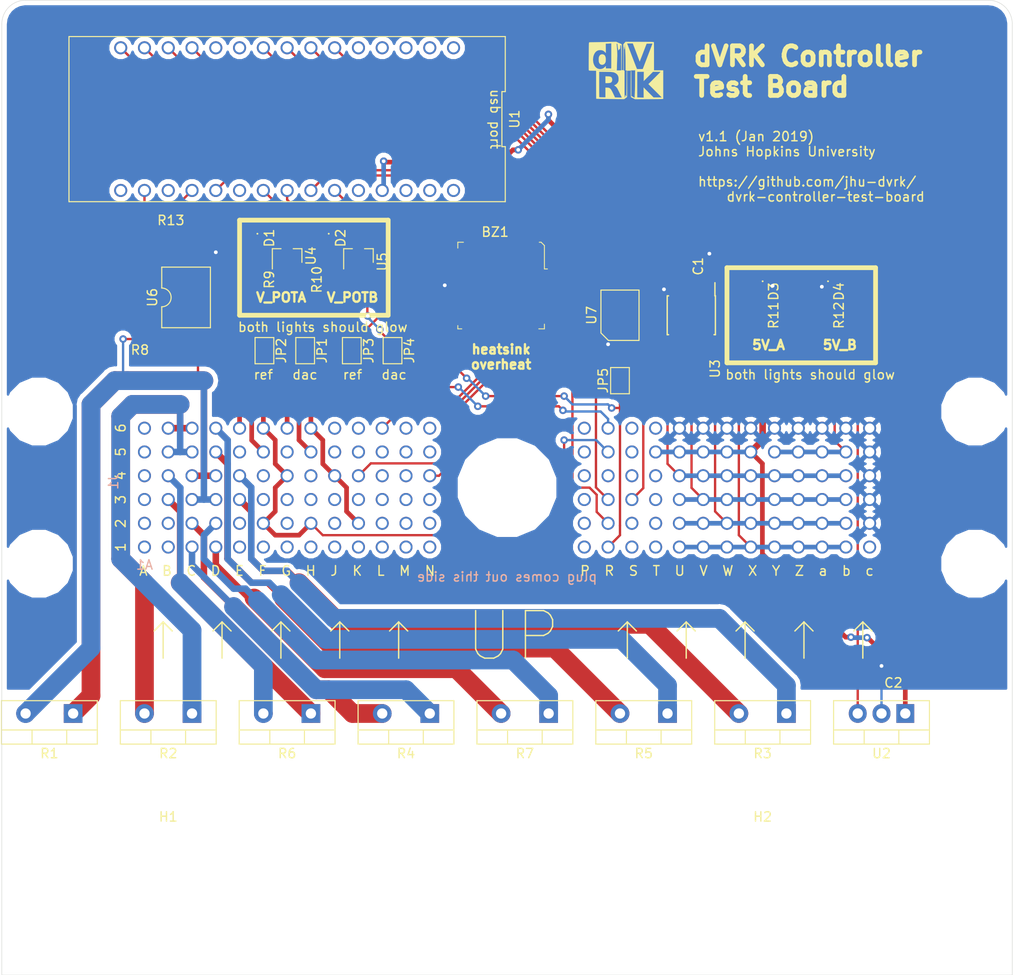
<source format=kicad_pcb>
(kicad_pcb (version 20171130) (host pcbnew 6.0.0-rc1-unknown-8de1209~66~ubuntu18.04.1)
  (layers (0 F.Cu signal) (31 B.Cu signal) (34 B.Paste user) (35 F.Paste user) (36 B.SilkS user) (37 F.SilkS user) (38 B.Mask user) (39 F.Mask user) (44 Edge.Cuts user))
  (net 0 "")
  (net 1 /BUZZER)
  (net 2 GND)
  (net 3 +5V)
  (net 4 "Net-(D1-Pad2)")
  (net 5 /GND_POTA)
  (net 6 "Net-(D2-Pad2)")
  (net 7 /GND_POTB)
  (net 8 "Net-(D3-Pad2)")
  (net 9 "Net-(D4-Pad2)")
  (net 10 "Net-(J1-Pad1)")
  (net 11 "Net-(J1-Pad2)")
  (net 12 /MOTOR-4)
  (net 13 /MOTOR+7)
  (net 14 "Net-(J1-Pad5)")
  (net 15 "Net-(J1-Pad6)")
  (net 16 "Net-(J1-Pad7)")
  (net 17 "Net-(J1-Pad8)")
  (net 18 "Net-(J1-Pad9)")
  (net 19 "Net-(J1-Pad10)")
  (net 20 "Net-(J1-Pad11)")
  (net 21 "Net-(J1-Pad12)")
  (net 22 "Net-(J1-Pad13)")
  (net 23 "Net-(J1-Pad14)")
  (net 24 /INST_1WIRE)
  (net 25 "Net-(J1-Pad16)")
  (net 26 "Net-(J1-Pad17)")
  (net 27 /ENCA+)
  (net 28 "Net-(J1-Pad26)")
  (net 29 "Net-(J1-Pad27)")
  (net 30 "Net-(J1-Pad28)")
  (net 31 /MOTOR+4)
  (net 32 /MOTOR-7)
  (net 33 "Net-(J1-Pad31)")
  (net 34 "Net-(J1-Pad33)")
  (net 35 "Net-(J1-Pad35)")
  (net 36 /HE1)
  (net 37 "Net-(J1-Pad37)")
  (net 38 "Net-(J1-Pad38)")
  (net 39 "Net-(J1-Pad39)")
  (net 40 "Net-(J1-Pad40)")
  (net 41 /ST_ADAP)
  (net 42 "Net-(J1-Pad42)")
  (net 43 "Net-(J1-Pad43)")
  (net 44 /ENCA-)
  (net 45 "Net-(J1-Pad53)")
  (net 46 /MOTOR-6)
  (net 47 /MOTOR+1)
  (net 48 /MOTOR+3)
  (net 49 "Net-(J1-Pad58)")
  (net 50 "Net-(J1-Pad59)")
  (net 51 "Net-(J1-Pad60)")
  (net 52 "Net-(J1-Pad61)")
  (net 53 "Net-(J1-Pad62)")
  (net 54 "Net-(J1-Pad63)")
  (net 55 "Net-(J1-Pad64)")
  (net 56 "Net-(J1-Pad65)")
  (net 57 "Net-(J1-Pad66)")
  (net 58 /SLAVE_CLUTCH)
  (net 59 /INST_LOOPBACK)
  (net 60 "Net-(J1-Pad69)")
  (net 61 /ENCB+)
  (net 62 "Net-(J1-Pad79)")
  (net 63 /MOTOR+6)
  (net 64 /MOTOR-1)
  (net 65 /MOTOR-3)
  (net 66 "Net-(J1-Pad84)")
  (net 67 "Net-(J1-Pad86)")
  (net 68 /SJ2_REL)
  (net 69 "Net-(J1-Pad89)")
  (net 70 "Net-(J1-Pad90)")
  (net 71 /SJ2_RELn)
  (net 72 "Net-(J1-Pad92)")
  (net 73 "Net-(J1-Pad93)")
  (net 74 "Net-(J1-Pad94)")
  (net 75 "Net-(J1-Pad95)")
  (net 76 /ENCB-)
  (net 77 "Net-(J1-Pad105)")
  (net 78 /MOTOR-2)
  (net 79 /MOTOR+5)
  (net 80 "Net-(J1-Pad109)")
  (net 81 "Net-(J1-Pad111)")
  (net 82 "Net-(J1-Pad113)")
  (net 83 "Net-(J1-Pad114)")
  (net 84 "Net-(J1-Pad115)")
  (net 85 "Net-(J1-Pad116)")
  (net 86 "Net-(J1-Pad117)")
  (net 87 "Net-(J1-Pad118)")
  (net 88 "Net-(J1-Pad120)")
  (net 89 /VCC_B)
  (net 90 "Net-(J1-Pad131)")
  (net 91 /MOTOR+2)
  (net 92 /MOTOR-5)
  (net 93 /VPOTA)
  (net 94 /VPOTB)
  (net 95 "Net-(J1-Pad139)")
  (net 96 "Net-(J1-Pad140)")
  (net 97 /ARM_PRESENT)
  (net 98 "Net-(J1-Pad142)")
  (net 99 "Net-(J1-Pad143)")
  (net 100 "Net-(J1-Pad144)")
  (net 101 "Net-(J1-Pad146)")
  (net 102 "Net-(J1-Pad147)")
  (net 103 /DAC1)
  (net 104 "Net-(JP2-Pad1)")
  (net 105 /DAC2)
  (net 106 "Net-(JP4-Pad1)")
  (net 107 "Net-(R8-Pad1)")
  (net 108 /MOTOR1_FB)
  (net 109 +3V3)
  (net 110 "Net-(U1-Pad16)")
  (net 111 "Net-(U1-Pad18)")
  (net 112 "Net-(U1-Pad11)")
  (net 113 "Net-(U1-Pad10)")
  (net 114 "Net-(U1-Pad21)")
  (net 115 "Net-(U1-Pad5)")
  (net 116 "Net-(U1-Pad26)")
  (net 117 "Net-(U1-Pad4)")
  (net 118 "Net-(U1-Pad3)")
  (net 119 "Net-(U1-Pad28)")
  (net 120 "Net-(U1-Pad2)")
  (net 121 "Net-(U1-Pad29)")
  (net 122 "Net-(U1-Pad1)")
  (net 123 "Net-(U1-Pad30)")
  (net 124 /HEATSINK_TEMP)
  (net 125 /ENCB)
  (net 126 /ENCA)
  (net 127 /HE2)
  (net 128 "Net-(JP5-Pad2)")
  (module Jumper:SolderJumper-2_P1.3mm_Open_TrianglePad1.0x1.5mm (layer F.Cu) (at 101.6 71.12 90)
    (fp_text reference JP5 (at 0 -1.8 90) (layer F.SilkS))
    (fp_text value SolderJumper_2_Open)
    (pad 1 smd custom (at -0.725 0 90) (size 0.3 0.3) (layers F.Cu F.Mask) (net 24 /INST_1WIRE) (options (clearance outline) (anchor rect)) (primitives (gr_poly (pts (xy -0.5 -0.75) (xy 0.5 -0.75) (xy 1 0) (xy 0.5 0.75) (xy -0.5 0.75)) (width 0))))
    (pad 2 smd custom (at 0.725 0 90) (size 0.3 0.3) (layers F.Cu F.Mask) (net 128 "Net-(JP5-Pad2)") (options (clearance outline) (anchor rect)) (primitives (gr_poly (pts (xy -0.65 -0.75) (xy 0.5 -0.75) (xy 0.5 0.75) (xy -0.65 0.75) (xy -0.15 0)) (width 0))))
  )
  (module dvrk:dvrk-logo (layer F.Cu) (at 102.235 37.973)
    (fp_text reference G*** hide)
    (fp_text value LOGO hide)
  )
  (module MountingHole:MountingHole_3.2mm_M3 (layer F.Cu) (at 116.84 121.92)
    (fp_text reference H2 (at 0 -4.2) (layer F.SilkS))
    (fp_text value MountingHole)
    (pad 1 np_thru_hole circle (at 0 0) (size 3.2 3.2) (drill 3.2) (layers *.Cu *.Mask))
  )
  (module MountingHole:MountingHole_3.2mm_M3 (layer F.Cu) (at 53.34 121.92)
    (fp_text reference H1 (at 0 -4.2) (layer F.SilkS))
    (fp_text value MountingHole)
    (pad 1 np_thru_hole circle (at 0 0) (size 3.2 3.2) (drill 3.2) (layers *.Cu *.Mask))
  )
  (module Package_TO_SOT_THT:TO-220-3_Vertical (layer F.Cu) (at 132.08 106.68 180)
    (fp_text reference U2 (at 2.54 -4.27 180) (layer F.SilkS))
    (fp_text value LM35DT_NOPB)
    (pad 3 thru_hole oval (at 5.08 0 180) (size 1.905 2) (drill 1.1) (layers *.Cu *.Mask) (net 124 /HEATSINK_TEMP))
    (pad 2 thru_hole oval (at 2.54 0 180) (size 1.905 2) (drill 1.1) (layers *.Cu *.Mask) (net 2 GND))
    (pad 1 thru_hole rect (at 0 0 180) (size 1.905 2) (drill 1.1) (layers *.Cu *.Mask) (net 3 +5V))
  )
  (module dvrk:TSOC-6 (layer F.Cu) (at 101.6 64.135)
    (fp_text reference U7 (at -3.035 0 90) (layer F.SilkS))
    (fp_text value DS2505)
    (pad 3 smd rect (at 1.27 1.525) (size 0.53 1.33) (layers F.Cu F.Paste F.Mask))
    (pad 4 smd rect (at 1.27 -1.525) (size 0.53 1.33) (layers F.Cu F.Paste F.Mask))
    (pad 2 smd rect (at 0 1.525) (size 0.53 1.33) (layers F.Cu F.Paste F.Mask) (net 128 "Net-(JP5-Pad2)"))
    (pad 5 smd rect (at 0 -1.525) (size 0.53 1.33) (layers F.Cu F.Paste F.Mask))
    (pad 1 smd rect (at -1.27 1.525) (size 0.53 1.33) (layers F.Cu F.Paste F.Mask) (net 2 GND))
    (pad 6 smd rect (at -1.27 -1.525) (size 0.53 1.33) (layers F.Cu F.Paste F.Mask))
  )
  (module Package_DIP:SMDIP-4_W9.53mm_Clearance8mm (layer F.Cu) (at 55.245 62.23 90)
    (fp_text reference U6 (at 0 -3.6 90) (layer F.SilkS))
    (fp_text value SFH6206-3T)
    (pad 4 smd rect (at 4.765 -1.27 90) (size 1.5 1.78) (layers F.Cu F.Paste F.Mask) (net 108 /MOTOR1_FB))
    (pad 2 smd rect (at -4.765 1.27 90) (size 1.5 1.78) (layers F.Cu F.Paste F.Mask) (net 64 /MOTOR-1))
    (pad 3 smd rect (at 4.765 1.27 90) (size 1.5 1.78) (layers F.Cu F.Paste F.Mask) (net 2 GND))
    (pad 1 smd rect (at -4.765 -1.27 90) (size 1.5 1.78) (layers F.Cu F.Paste F.Mask) (net 107 "Net-(R8-Pad1)"))
  )
  (module Package_TO_SOT_SMD:SOT-23 (layer F.Cu) (at 73.66 57.785 90)
    (fp_text reference U5 (at -0.635 2.54 90) (layer F.SilkS))
    (fp_text value MAX6103)
    (pad 3 smd rect (at 1 0 90) (size 0.9 0.8) (layers F.Cu F.Paste F.Mask) (net 7 /GND_POTB))
    (pad 2 smd rect (at -1 0.95 90) (size 0.9 0.8) (layers F.Cu F.Paste F.Mask) (net 106 "Net-(JP4-Pad1)"))
    (pad 1 smd rect (at -1 -0.95 90) (size 0.9 0.8) (layers F.Cu F.Paste F.Mask) (net 94 /VPOTB))
  )
  (module Package_TO_SOT_SMD:SOT-23 (layer F.Cu) (at 66.04 57.785 90)
    (fp_text reference U4 (at 0 2.54 90) (layer F.SilkS))
    (fp_text value MAX6102)
    (pad 3 smd rect (at 1 0 90) (size 0.9 0.8) (layers F.Cu F.Paste F.Mask) (net 5 /GND_POTA))
    (pad 2 smd rect (at -1 0.95 90) (size 0.9 0.8) (layers F.Cu F.Paste F.Mask) (net 104 "Net-(JP2-Pad1)"))
    (pad 1 smd rect (at -1 -0.95 90) (size 0.9 0.8) (layers F.Cu F.Paste F.Mask) (net 93 /VPOTA))
  )
  (module Package_SO:SOIC-8_3.9x4.9mm_P1.27mm (layer F.Cu) (at 109.22 64.135 270)
    (fp_text reference U3 (at 5.715 -2.54 270) (layer F.SilkS))
    (fp_text value UA9638CDR)
    (pad 8 smd rect (at 2.7 -1.905 270) (size 1.55 0.6) (layers F.Cu F.Paste F.Mask) (net 27 /ENCA+))
    (pad 7 smd rect (at 2.7 -0.635 270) (size 1.55 0.6) (layers F.Cu F.Paste F.Mask) (net 44 /ENCA-))
    (pad 6 smd rect (at 2.7 0.635 270) (size 1.55 0.6) (layers F.Cu F.Paste F.Mask) (net 61 /ENCB+))
    (pad 5 smd rect (at 2.7 1.905 270) (size 1.55 0.6) (layers F.Cu F.Paste F.Mask) (net 76 /ENCB-))
    (pad 4 smd rect (at -2.7 1.905 270) (size 1.55 0.6) (layers F.Cu F.Paste F.Mask) (net 2 GND))
    (pad 3 smd rect (at -2.7 0.635 270) (size 1.55 0.6) (layers F.Cu F.Paste F.Mask) (net 125 /ENCB))
    (pad 2 smd rect (at -2.7 -0.635 270) (size 1.55 0.6) (layers F.Cu F.Paste F.Mask) (net 126 /ENCA))
    (pad 1 smd rect (at -2.7 -1.905 270) (size 1.55 0.6) (layers F.Cu F.Paste F.Mask) (net 3 +5V))
  )
  (module dvrk:STNucleo32 (layer F.Cu) (at 66.04 43.18 180)
    (fp_text reference U1 (at -24.306 0 270) (layer F.SilkS))
    (fp_text value STNucleo-432KC)
    (pad 15 thru_hole circle (at 17.78 7.62 180) (size 1.4 1.4) (drill 1) (layers *.Cu *.Mask) (net 71 /SJ2_RELn))
    (pad 16 thru_hole circle (at 17.78 -7.62 180) (size 1.4 1.4) (drill 1) (layers *.Cu *.Mask) (net 110 "Net-(U1-Pad16)"))
    (pad 14 thru_hole circle (at 15.24 7.62 180) (size 1.4 1.4) (drill 1) (layers *.Cu *.Mask) (net 1 /BUZZER))
    (pad 17 thru_hole circle (at 15.24 -7.62 180) (size 1.4 1.4) (drill 1) (layers *.Cu *.Mask) (net 109 +3V3))
    (pad 13 thru_hole circle (at 12.7 7.62 180) (size 1.4 1.4) (drill 1) (layers *.Cu *.Mask) (net 41 /ST_ADAP))
    (pad 18 thru_hole circle (at 12.7 -7.62 180) (size 1.4 1.4) (drill 1) (layers *.Cu *.Mask) (net 111 "Net-(U1-Pad18)"))
    (pad 12 thru_hole circle (at 10.16 7.62 180) (size 1.4 1.4) (drill 1) (layers *.Cu *.Mask) (net 58 /SLAVE_CLUTCH))
    (pad 19 thru_hole circle (at 10.16 -7.62 180) (size 1.4 1.4) (drill 1) (layers *.Cu *.Mask) (net 108 /MOTOR1_FB))
    (pad 11 thru_hole circle (at 7.62 7.62 180) (size 1.4 1.4) (drill 1) (layers *.Cu *.Mask) (net 112 "Net-(U1-Pad11)"))
    (pad 20 thru_hole circle (at 7.62 -7.62 180) (size 1.4 1.4) (drill 1) (layers *.Cu *.Mask) (net 68 /SJ2_REL))
    (pad 10 thru_hole circle (at 5.08 7.62 180) (size 1.4 1.4) (drill 1) (layers *.Cu *.Mask) (net 113 "Net-(U1-Pad10)"))
    (pad 21 thru_hole circle (at 5.08 -7.62 180) (size 1.4 1.4) (drill 1) (layers *.Cu *.Mask) (net 114 "Net-(U1-Pad21)"))
    (pad 9 thru_hole circle (at 2.54 7.62 180) (size 1.4 1.4) (drill 1) (layers *.Cu *.Mask) (net 59 /INST_LOOPBACK))
    (pad 22 thru_hole circle (at 2.54 -7.62 180) (size 1.4 1.4) (drill 1) (layers *.Cu *.Mask) (net 103 /DAC1))
    (pad 8 thru_hole circle (at 0 7.62 180) (size 1.4 1.4) (drill 1) (layers *.Cu *.Mask) (net 125 /ENCB))
    (pad 23 thru_hole circle (at 0 -7.62 180) (size 1.4 1.4) (drill 1) (layers *.Cu *.Mask) (net 105 /DAC2))
    (pad 7 thru_hole circle (at -2.54 7.62 180) (size 1.4 1.4) (drill 1) (layers *.Cu *.Mask) (net 126 /ENCA))
    (pad 24 thru_hole circle (at -2.54 -7.62 180) (size 1.4 1.4) (drill 1) (layers *.Cu *.Mask) (net 97 /ARM_PRESENT))
    (pad 6 thru_hole circle (at -5.08 7.62 180) (size 1.4 1.4) (drill 1) (layers *.Cu *.Mask) (net 124 /HEATSINK_TEMP))
    (pad 25 thru_hole circle (at -5.08 -7.62 180) (size 1.4 1.4) (drill 1) (layers *.Cu *.Mask) (net 24 /INST_1WIRE))
    (pad 5 thru_hole circle (at -7.62 7.62 180) (size 1.4 1.4) (drill 1) (layers *.Cu *.Mask) (net 115 "Net-(U1-Pad5)"))
    (pad 26 thru_hole circle (at -7.62 -7.62 180) (size 1.4 1.4) (drill 1) (layers *.Cu *.Mask) (net 116 "Net-(U1-Pad26)"))
    (pad 4 thru_hole circle (at -10.16 7.62 180) (size 1.4 1.4) (drill 1) (layers *.Cu *.Mask) (net 117 "Net-(U1-Pad4)"))
    (pad 27 thru_hole circle (at -10.16 -7.62 180) (size 1.4 1.4) (drill 1) (layers *.Cu *.Mask) (net 3 +5V))
    (pad 3 thru_hole circle (at -12.7 7.62 180) (size 1.4 1.4) (drill 1) (layers *.Cu *.Mask) (net 118 "Net-(U1-Pad3)"))
    (pad 28 thru_hole circle (at -12.7 -7.62 180) (size 1.4 1.4) (drill 1) (layers *.Cu *.Mask) (net 119 "Net-(U1-Pad28)"))
    (pad 2 thru_hole circle (at -15.24 7.62 180) (size 1.4 1.4) (drill 1) (layers *.Cu *.Mask) (net 120 "Net-(U1-Pad2)"))
    (pad 29 thru_hole circle (at -15.24 -7.62 180) (size 1.4 1.4) (drill 1) (layers *.Cu *.Mask) (net 121 "Net-(U1-Pad29)"))
    (pad 1 thru_hole circle (at -17.78 7.62 180) (size 1.4 1.4) (drill 1) (layers *.Cu *.Mask) (net 122 "Net-(U1-Pad1)"))
    (pad 30 thru_hole circle (at -17.78 -7.62 180) (size 1.4 1.4) (drill 1) (layers *.Cu *.Mask) (net 123 "Net-(U1-Pad30)"))
  )
  (module Resistor_SMD:R_0402_1005Metric (layer F.Cu) (at 53.6194 55.1688)
    (fp_text reference R13 (at 0 -1.17) (layer F.SilkS))
    (fp_text value TBD)
    (pad 2 smd roundrect (at 0.485 0) (size 0.59 0.64) (layers F.Cu F.Paste F.Mask) (net 108 /MOTOR1_FB))
    (pad 1 smd roundrect (at -0.485 0) (size 0.59 0.64) (layers F.Cu F.Paste F.Mask) (net 109 +3V3))
  )
  (module Resistor_SMD:R_0402_1005Metric (layer F.Cu) (at 123.825 64.135 270)
    (fp_text reference R12 (at 0 -1.17 270) (layer F.SilkS))
    (fp_text value 1kOhm)
    (pad 2 smd roundrect (at 0.485 0 270) (size 0.59 0.64) (layers F.Cu F.Paste F.Mask) (net 89 /VCC_B))
    (pad 1 smd roundrect (at -0.485 0 270) (size 0.59 0.64) (layers F.Cu F.Paste F.Mask) (net 9 "Net-(D4-Pad2)"))
  )
  (module Resistor_SMD:R_0402_1005Metric (layer F.Cu) (at 116.84 64.135 270)
    (fp_text reference R11 (at 0 -1.17 270) (layer F.SilkS))
    (fp_text value 1kOhm)
    (pad 2 smd roundrect (at 0.485 0 270) (size 0.59 0.64) (layers F.Cu F.Paste F.Mask) (net 3 +5V))
    (pad 1 smd roundrect (at -0.485 0 270) (size 0.59 0.64) (layers F.Cu F.Paste F.Mask) (net 8 "Net-(D3-Pad2)"))
  )
  (module Resistor_SMD:R_0402_1005Metric (layer F.Cu) (at 70.485 59.055 270)
    (fp_text reference R10 (at 1.27 1.27 270) (layer F.SilkS))
    (fp_text value 1kOhm)
    (pad 2 smd roundrect (at 0.485 0 270) (size 0.59 0.64) (layers F.Cu F.Paste F.Mask) (net 94 /VPOTB))
    (pad 1 smd roundrect (at -0.485 0 270) (size 0.59 0.64) (layers F.Cu F.Paste F.Mask) (net 6 "Net-(D2-Pad2)"))
  )
  (module Resistor_SMD:R_0402_1005Metric (layer F.Cu) (at 62.865 59.055 270)
    (fp_text reference R9 (at 1.27 -1.27 270) (layer F.SilkS))
    (fp_text value 1kOhm)
    (pad 2 smd roundrect (at 0.485 0 270) (size 0.59 0.64) (layers F.Cu F.Paste F.Mask) (net 93 /VPOTA))
    (pad 1 smd roundrect (at -0.485 0 270) (size 0.59 0.64) (layers F.Cu F.Paste F.Mask) (net 4 "Net-(D1-Pad2)"))
  )
  (module Resistor_SMD:R_0402_1005Metric (layer F.Cu) (at 50.315 66.675 180)
    (fp_text reference R8 (at 0 -1.17 180) (layer F.SilkS))
    (fp_text value 1.8k)
    (pad 2 smd roundrect (at 0.485 0 180) (size 0.59 0.64) (layers F.Cu F.Paste F.Mask) (net 47 /MOTOR+1))
    (pad 1 smd roundrect (at -0.485 0 180) (size 0.59 0.64) (layers F.Cu F.Paste F.Mask) (net 107 "Net-(R8-Pad1)"))
  )
  (module Package_TO_SOT_THT:TO-220-2_Vertical (layer F.Cu) (at 93.98 106.68 180)
    (fp_text reference R7 (at 2.54 -4.27 180) (layer F.SilkS))
    (fp_text value "10 Ohm")
    (pad 2 thru_hole oval (at 5.08 0 180) (size 2 2) (drill 1.1) (layers *.Cu *.Mask) (net 13 /MOTOR+7))
    (pad 1 thru_hole rect (at 0 0 180) (size 2 2) (drill 1.1) (layers *.Cu *.Mask) (net 32 /MOTOR-7))
  )
  (module Package_TO_SOT_THT:TO-220-2_Vertical (layer F.Cu) (at 68.58 106.68 180)
    (fp_text reference R6 (at 2.54 -4.27 180) (layer F.SilkS))
    (fp_text value "10 Ohm")
    (pad 2 thru_hole oval (at 5.08 0 180) (size 2 2) (drill 1.1) (layers *.Cu *.Mask) (net 63 /MOTOR+6))
    (pad 1 thru_hole rect (at 0 0 180) (size 2 2) (drill 1.1) (layers *.Cu *.Mask) (net 46 /MOTOR-6))
  )
  (module Package_TO_SOT_THT:TO-220-2_Vertical (layer F.Cu) (at 106.68 106.68 180)
    (fp_text reference R5 (at 2.54 -4.27 180) (layer F.SilkS))
    (fp_text value "10 Ohm")
    (pad 2 thru_hole oval (at 5.08 0 180) (size 2 2) (drill 1.1) (layers *.Cu *.Mask) (net 79 /MOTOR+5))
    (pad 1 thru_hole rect (at 0 0 180) (size 2 2) (drill 1.1) (layers *.Cu *.Mask) (net 92 /MOTOR-5))
  )
  (module Package_TO_SOT_THT:TO-220-2_Vertical (layer F.Cu) (at 81.28 106.68 180)
    (fp_text reference R4 (at 2.54 -4.27 180) (layer F.SilkS))
    (fp_text value "10 Ohm")
    (pad 2 thru_hole oval (at 5.08 0 180) (size 2 2) (drill 1.1) (layers *.Cu *.Mask) (net 31 /MOTOR+4))
    (pad 1 thru_hole rect (at 0 0 180) (size 2 2) (drill 1.1) (layers *.Cu *.Mask) (net 12 /MOTOR-4))
  )
  (module Package_TO_SOT_THT:TO-220-2_Vertical (layer F.Cu) (at 119.38 106.68 180)
    (fp_text reference R3 (at 2.54 -4.27 180) (layer F.SilkS))
    (fp_text value "10 Ohm")
    (pad 2 thru_hole oval (at 5.08 0 180) (size 2 2) (drill 1.1) (layers *.Cu *.Mask) (net 48 /MOTOR+3))
    (pad 1 thru_hole rect (at 0 0 180) (size 2 2) (drill 1.1) (layers *.Cu *.Mask) (net 65 /MOTOR-3))
  )
  (module Package_TO_SOT_THT:TO-220-2_Vertical (layer F.Cu) (at 55.88 106.68 180)
    (fp_text reference R2 (at 2.54 -4.27 180) (layer F.SilkS))
    (fp_text value "10 Ohm")
    (pad 2 thru_hole oval (at 5.08 0 180) (size 2 2) (drill 1.1) (layers *.Cu *.Mask) (net 91 /MOTOR+2))
    (pad 1 thru_hole rect (at 0 0 180) (size 2 2) (drill 1.1) (layers *.Cu *.Mask) (net 78 /MOTOR-2))
  )
  (module Package_TO_SOT_THT:TO-220-2_Vertical (layer F.Cu) (at 43.18 106.68 180)
    (fp_text reference R1 (at 2.54 -4.27 180) (layer F.SilkS))
    (fp_text value "10 Ohm")
    (pad 2 thru_hole oval (at 5.08 0 180) (size 2 2) (drill 1.1) (layers *.Cu *.Mask) (net 47 /MOTOR+1))
    (pad 1 thru_hole rect (at 0 0 180) (size 2 2) (drill 1.1) (layers *.Cu *.Mask) (net 64 /MOTOR-1))
  )
  (module Jumper:SolderJumper-2_P1.3mm_Open_TrianglePad1.0x1.5mm (layer F.Cu) (at 77.300001 67.914001 270)
    (fp_text reference JP4 (at 0 -1.8 270) (layer F.SilkS))
    (fp_text value SolderJumper_2_Open)
    (pad 1 smd custom (at -0.725 0 270) (size 0.3 0.3) (layers F.Cu F.Mask) (net 106 "Net-(JP4-Pad1)") (options (clearance outline) (anchor rect)) (primitives (gr_poly (pts (xy -0.5 -0.75) (xy 0.5 -0.75) (xy 1 0) (xy 0.5 0.75) (xy -0.5 0.75)) (width 0))))
    (pad 2 smd custom (at 0.725 0 270) (size 0.3 0.3) (layers F.Cu F.Mask) (net 127 /HE2) (options (clearance outline) (anchor rect)) (primitives (gr_poly (pts (xy -0.65 -0.75) (xy 0.5 -0.75) (xy 0.5 0.75) (xy -0.65 0.75) (xy -0.15 0)) (width 0))))
  )
  (module Jumper:SolderJumper-2_P1.3mm_Open_TrianglePad1.0x1.5mm (layer F.Cu) (at 72.950001 67.914001 270)
    (fp_text reference JP3 (at 0 -1.8 270) (layer F.SilkS))
    (fp_text value SolderJumper_2_Open)
    (pad 1 smd custom (at -0.725 0 270) (size 0.3 0.3) (layers F.Cu F.Mask) (net 105 /DAC2) (options (clearance outline) (anchor rect)) (primitives (gr_poly (pts (xy -0.5 -0.75) (xy 0.5 -0.75) (xy 1 0) (xy 0.5 0.75) (xy -0.5 0.75)) (width 0))))
    (pad 2 smd custom (at 0.725 0 270) (size 0.3 0.3) (layers F.Cu F.Mask) (net 127 /HE2) (options (clearance outline) (anchor rect)) (primitives (gr_poly (pts (xy -0.65 -0.75) (xy 0.5 -0.75) (xy 0.5 0.75) (xy -0.65 0.75) (xy -0.15 0)) (width 0))))
  )
  (module Jumper:SolderJumper-2_P1.3mm_Open_TrianglePad1.0x1.5mm (layer F.Cu) (at 63.615001 67.914001 270)
    (fp_text reference JP2 (at 0 -1.8 270) (layer F.SilkS))
    (fp_text value SolderJumper_2_Open)
    (pad 1 smd custom (at -0.725 0 270) (size 0.3 0.3) (layers F.Cu F.Mask) (net 104 "Net-(JP2-Pad1)") (options (clearance outline) (anchor rect)) (primitives (gr_poly (pts (xy -0.5 -0.75) (xy 0.5 -0.75) (xy 1 0) (xy 0.5 0.75) (xy -0.5 0.75)) (width 0))))
    (pad 2 smd custom (at 0.725 0 270) (size 0.3 0.3) (layers F.Cu F.Mask) (net 36 /HE1) (options (clearance outline) (anchor rect)) (primitives (gr_poly (pts (xy -0.65 -0.75) (xy 0.5 -0.75) (xy 0.5 0.75) (xy -0.65 0.75) (xy -0.15 0)) (width 0))))
  )
  (module Jumper:SolderJumper-2_P1.3mm_Open_TrianglePad1.0x1.5mm (layer F.Cu) (at 67.965001 67.914001 270)
    (fp_text reference JP1 (at 0 -1.8 270) (layer F.SilkS))
    (fp_text value SolderJumper_2_Open)
    (pad 1 smd custom (at -0.725 0 270) (size 0.3 0.3) (layers F.Cu F.Mask) (net 103 /DAC1) (options (clearance outline) (anchor rect)) (primitives (gr_poly (pts (xy -0.5 -0.75) (xy 0.5 -0.75) (xy 1 0) (xy 0.5 0.75) (xy -0.5 0.75)) (width 0))))
    (pad 2 smd custom (at 0.725 0 270) (size 0.3 0.3) (layers F.Cu F.Mask) (net 36 /HE1) (options (clearance outline) (anchor rect)) (primitives (gr_poly (pts (xy -0.65 -0.75) (xy 0.5 -0.75) (xy 0.5 0.75) (xy -0.65 0.75) (xy -0.15 0)) (width 0))))
  )
  (module dvrk:DLM1-Plug (layer B.Cu) (at 89.535 82.55 270)
    (fp_text reference J1 (at -0.635 42.045 270) (layer B.SilkS) (effects (justify mirror)))
    (fp_text value DLM1-156)
    (fp_text user A1 (at 8.255 38.735 180) (layer B.SilkS) (effects (justify mirror)))
    (fp_text user "plug comes out this side" (at 9.525 0 180) (layer B.SilkS) (effects (justify mirror)))
    (pad 1 thru_hole circle (at 6.35 38.735 270) (size 1.397 1.397) (drill 1.016) (layers *.Cu *.Mask) (net 10 "Net-(J1-Pad1)"))
    (pad 2 thru_hole circle (at 6.35 36.195 270) (size 1.397 1.397) (drill 1.016) (layers *.Cu *.Mask) (net 11 "Net-(J1-Pad2)"))
    (pad 3 thru_hole circle (at 6.35 33.655 270) (size 1.397 1.397) (drill 1.016) (layers *.Cu *.Mask) (net 12 /MOTOR-4))
    (pad 4 thru_hole circle (at 6.35 31.115 270) (size 1.397 1.397) (drill 1.016) (layers *.Cu *.Mask) (net 13 /MOTOR+7))
    (pad 5 thru_hole circle (at 6.35 28.575 270) (size 1.397 1.397) (drill 1.016) (layers *.Cu *.Mask) (net 14 "Net-(J1-Pad5)"))
    (pad 6 thru_hole circle (at 6.35 26.035 270) (size 1.397 1.397) (drill 1.016) (layers *.Cu *.Mask) (net 15 "Net-(J1-Pad6)"))
    (pad 7 thru_hole circle (at 6.35 23.495 270) (size 1.397 1.397) (drill 1.016) (layers *.Cu *.Mask) (net 16 "Net-(J1-Pad7)"))
    (pad 8 thru_hole circle (at 6.35 20.955 270) (size 1.397 1.397) (drill 1.016) (layers *.Cu *.Mask) (net 17 "Net-(J1-Pad8)"))
    (pad 9 thru_hole circle (at 6.35 18.415 270) (size 1.397 1.397) (drill 1.016) (layers *.Cu *.Mask) (net 18 "Net-(J1-Pad9)"))
    (pad 10 thru_hole circle (at 6.35 15.875 270) (size 1.397 1.397) (drill 1.016) (layers *.Cu *.Mask) (net 19 "Net-(J1-Pad10)"))
    (pad 11 thru_hole circle (at 6.35 13.335 270) (size 1.397 1.397) (drill 1.016) (layers *.Cu *.Mask) (net 20 "Net-(J1-Pad11)"))
    (pad 12 thru_hole circle (at 6.35 10.795 270) (size 1.397 1.397) (drill 1.016) (layers *.Cu *.Mask) (net 21 "Net-(J1-Pad12)"))
    (pad 13 thru_hole circle (at 6.35 8.255 270) (size 1.397 1.397) (drill 1.016) (layers *.Cu *.Mask) (net 22 "Net-(J1-Pad13)"))
    (pad 14 thru_hole circle (at 6.35 -8.255 270) (size 1.397 1.397) (drill 1.016) (layers *.Cu *.Mask) (net 23 "Net-(J1-Pad14)"))
    (pad 15 thru_hole circle (at 6.35 -10.795 270) (size 1.397 1.397) (drill 1.016) (layers *.Cu *.Mask) (net 24 /INST_1WIRE))
    (pad 16 thru_hole circle (at 6.35 -13.335 270) (size 1.397 1.397) (drill 1.016) (layers *.Cu *.Mask) (net 25 "Net-(J1-Pad16)"))
    (pad 17 thru_hole circle (at 6.35 -15.875 270) (size 1.397 1.397) (drill 1.016) (layers *.Cu *.Mask) (net 26 "Net-(J1-Pad17)"))
    (pad 18 thru_hole circle (at 6.35 -18.415 270) (size 1.397 1.397) (drill 1.016) (layers *.Cu *.Mask) (net 27 /ENCA+))
    (pad 19 thru_hole circle (at 6.35 -20.955 270) (size 1.397 1.397) (drill 1.016) (layers *.Cu *.Mask) (net 27 /ENCA+))
    (pad 20 thru_hole circle (at 6.35 -23.495 270) (size 1.397 1.397) (drill 1.016) (layers *.Cu *.Mask) (net 27 /ENCA+))
    (pad 21 thru_hole circle (at 6.35 -26.035 270) (size 1.397 1.397) (drill 1.016) (layers *.Cu *.Mask) (net 27 /ENCA+))
    (pad 22 thru_hole circle (at 6.35 -28.575 270) (size 1.397 1.397) (drill 1.016) (layers *.Cu *.Mask) (net 27 /ENCA+))
    (pad 23 thru_hole circle (at 6.35 -31.115 270) (size 1.397 1.397) (drill 1.016) (layers *.Cu *.Mask) (net 27 /ENCA+))
    (pad 24 thru_hole circle (at 6.35 -33.655 270) (size 1.397 1.397) (drill 1.016) (layers *.Cu *.Mask) (net 27 /ENCA+))
    (pad 25 thru_hole circle (at 6.35 -36.195 270) (size 1.397 1.397) (drill 1.016) (layers *.Cu *.Mask) (net 27 /ENCA+))
    (pad 26 thru_hole circle (at 6.35 -38.735 270) (size 1.397 1.397) (drill 1.016) (layers *.Cu *.Mask) (net 28 "Net-(J1-Pad26)"))
    (pad 27 thru_hole circle (at 3.81 38.735 270) (size 1.397 1.397) (drill 1.016) (layers *.Cu *.Mask) (net 29 "Net-(J1-Pad27)"))
    (pad 28 thru_hole circle (at 3.81 36.195 270) (size 1.397 1.397) (drill 1.016) (layers *.Cu *.Mask) (net 30 "Net-(J1-Pad28)"))
    (pad 29 thru_hole circle (at 3.81 33.655 270) (size 1.397 1.397) (drill 1.016) (layers *.Cu *.Mask) (net 31 /MOTOR+4))
    (pad 30 thru_hole circle (at 3.81 31.115 270) (size 1.397 1.397) (drill 1.016) (layers *.Cu *.Mask) (net 32 /MOTOR-7))
    (pad 31 thru_hole circle (at 3.81 28.575 270) (size 1.397 1.397) (drill 1.016) (layers *.Cu *.Mask) (net 33 "Net-(J1-Pad31)"))
    (pad 32 thru_hole circle (at 3.81 26.035 270) (size 1.397 1.397) (drill 1.016) (layers *.Cu *.Mask) (net 36 /HE1))
    (pad 33 thru_hole circle (at 3.81 23.495 270) (size 1.397 1.397) (drill 1.016) (layers *.Cu *.Mask) (net 34 "Net-(J1-Pad33)"))
    (pad 34 thru_hole circle (at 3.81 20.955 270) (size 1.397 1.397) (drill 1.016) (layers *.Cu *.Mask) (net 36 /HE1))
    (pad 35 thru_hole circle (at 3.81 18.415 270) (size 1.397 1.397) (drill 1.016) (layers *.Cu *.Mask) (net 35 "Net-(J1-Pad35)"))
    (pad 36 thru_hole circle (at 3.81 15.875 270) (size 1.397 1.397) (drill 1.016) (layers *.Cu *.Mask) (net 127 /HE2))
    (pad 37 thru_hole circle (at 3.81 13.335 270) (size 1.397 1.397) (drill 1.016) (layers *.Cu *.Mask) (net 37 "Net-(J1-Pad37)"))
    (pad 38 thru_hole circle (at 3.81 10.795 270) (size 1.397 1.397) (drill 1.016) (layers *.Cu *.Mask) (net 38 "Net-(J1-Pad38)"))
    (pad 39 thru_hole circle (at 3.81 8.255 270) (size 1.397 1.397) (drill 1.016) (layers *.Cu *.Mask) (net 39 "Net-(J1-Pad39)"))
    (pad 40 thru_hole circle (at 3.81 -8.255 270) (size 1.397 1.397) (drill 1.016) (layers *.Cu *.Mask) (net 40 "Net-(J1-Pad40)"))
    (pad 41 thru_hole circle (at 3.81 -10.795 270) (size 1.397 1.397) (drill 1.016) (layers *.Cu *.Mask) (net 41 /ST_ADAP))
    (pad 42 thru_hole circle (at 3.81 -13.335 270) (size 1.397 1.397) (drill 1.016) (layers *.Cu *.Mask) (net 42 "Net-(J1-Pad42)"))
    (pad 43 thru_hole circle (at 3.81 -15.875 270) (size 1.397 1.397) (drill 1.016) (layers *.Cu *.Mask) (net 43 "Net-(J1-Pad43)"))
    (pad 44 thru_hole circle (at 3.81 -18.415 270) (size 1.397 1.397) (drill 1.016) (layers *.Cu *.Mask) (net 44 /ENCA-))
    (pad 45 thru_hole circle (at 3.81 -20.955 270) (size 1.397 1.397) (drill 1.016) (layers *.Cu *.Mask) (net 44 /ENCA-))
    (pad 46 thru_hole circle (at 3.81 -23.495 270) (size 1.397 1.397) (drill 1.016) (layers *.Cu *.Mask) (net 44 /ENCA-))
    (pad 47 thru_hole circle (at 3.81 -26.035 270) (size 1.397 1.397) (drill 1.016) (layers *.Cu *.Mask) (net 44 /ENCA-))
    (pad 48 thru_hole circle (at 3.81 -28.575 270) (size 1.397 1.397) (drill 1.016) (layers *.Cu *.Mask) (net 44 /ENCA-))
    (pad 49 thru_hole circle (at 3.81 -31.115 270) (size 1.397 1.397) (drill 1.016) (layers *.Cu *.Mask) (net 44 /ENCA-))
    (pad 50 thru_hole circle (at 3.81 -33.655 270) (size 1.397 1.397) (drill 1.016) (layers *.Cu *.Mask) (net 44 /ENCA-))
    (pad 51 thru_hole circle (at 3.81 -36.195 270) (size 1.397 1.397) (drill 1.016) (layers *.Cu *.Mask) (net 44 /ENCA-))
    (pad 52 thru_hole circle (at 3.81 -38.735 270) (size 1.397 1.397) (drill 1.016) (layers *.Cu *.Mask) (net 2 GND))
    (pad 53 thru_hole circle (at 1.27 38.735 270) (size 1.397 1.397) (drill 1.016) (layers *.Cu *.Mask) (net 45 "Net-(J1-Pad53)"))
    (pad 54 thru_hole circle (at 1.27 36.195 270) (size 1.397 1.397) (drill 1.016) (layers *.Cu *.Mask) (net 46 /MOTOR-6))
    (pad 55 thru_hole circle (at 1.27 33.655 270) (size 1.397 1.397) (drill 1.016) (layers *.Cu *.Mask) (net 47 /MOTOR+1))
    (pad 56 thru_hole circle (at 1.27 31.115 270) (size 1.397 1.397) (drill 1.016) (layers *.Cu *.Mask) (net 47 /MOTOR+1))
    (pad 57 thru_hole circle (at 1.27 28.575 270) (size 1.397 1.397) (drill 1.016) (layers *.Cu *.Mask) (net 48 /MOTOR+3))
    (pad 58 thru_hole circle (at 1.27 26.035 270) (size 1.397 1.397) (drill 1.016) (layers *.Cu *.Mask) (net 49 "Net-(J1-Pad58)"))
    (pad 59 thru_hole circle (at 1.27 23.495 270) (size 1.397 1.397) (drill 1.016) (layers *.Cu *.Mask) (net 50 "Net-(J1-Pad59)"))
    (pad 60 thru_hole circle (at 1.27 20.955 270) (size 1.397 1.397) (drill 1.016) (layers *.Cu *.Mask) (net 51 "Net-(J1-Pad60)"))
    (pad 61 thru_hole circle (at 1.27 18.415 270) (size 1.397 1.397) (drill 1.016) (layers *.Cu *.Mask) (net 52 "Net-(J1-Pad61)"))
    (pad 62 thru_hole circle (at 1.27 15.875 270) (size 1.397 1.397) (drill 1.016) (layers *.Cu *.Mask) (net 53 "Net-(J1-Pad62)"))
    (pad 63 thru_hole circle (at 1.27 13.335 270) (size 1.397 1.397) (drill 1.016) (layers *.Cu *.Mask) (net 54 "Net-(J1-Pad63)"))
    (pad 64 thru_hole circle (at 1.27 10.795 270) (size 1.397 1.397) (drill 1.016) (layers *.Cu *.Mask) (net 55 "Net-(J1-Pad64)"))
    (pad 65 thru_hole circle (at 1.27 8.255 270) (size 1.397 1.397) (drill 1.016) (layers *.Cu *.Mask) (net 56 "Net-(J1-Pad65)"))
    (pad 66 thru_hole circle (at 1.27 -8.255 270) (size 1.397 1.397) (drill 1.016) (layers *.Cu *.Mask) (net 57 "Net-(J1-Pad66)"))
    (pad 67 thru_hole circle (at 1.27 -10.795 270) (size 1.397 1.397) (drill 1.016) (layers *.Cu *.Mask) (net 58 /SLAVE_CLUTCH))
    (pad 68 thru_hole circle (at 1.27 -13.335 270) (size 1.397 1.397) (drill 1.016) (layers *.Cu *.Mask) (net 59 /INST_LOOPBACK))
    (pad 69 thru_hole circle (at 1.27 -15.875 270) (size 1.397 1.397) (drill 1.016) (layers *.Cu *.Mask) (net 60 "Net-(J1-Pad69)"))
    (pad 70 thru_hole circle (at 1.27 -18.415 270) (size 1.397 1.397) (drill 1.016) (layers *.Cu *.Mask) (net 61 /ENCB+))
    (pad 71 thru_hole circle (at 1.27 -20.955 270) (size 1.397 1.397) (drill 1.016) (layers *.Cu *.Mask) (net 61 /ENCB+))
    (pad 72 thru_hole circle (at 1.27 -23.495 270) (size 1.397 1.397) (drill 1.016) (layers *.Cu *.Mask) (net 61 /ENCB+))
    (pad 73 thru_hole circle (at 1.27 -26.035 270) (size 1.397 1.397) (drill 1.016) (layers *.Cu *.Mask) (net 61 /ENCB+))
    (pad 74 thru_hole circle (at 1.27 -28.575 270) (size 1.397 1.397) (drill 1.016) (layers *.Cu *.Mask) (net 61 /ENCB+))
    (pad 75 thru_hole circle (at 1.27 -31.115 270) (size 1.397 1.397) (drill 1.016) (layers *.Cu *.Mask) (net 61 /ENCB+))
    (pad 76 thru_hole circle (at 1.27 -33.655 270) (size 1.397 1.397) (drill 1.016) (layers *.Cu *.Mask) (net 61 /ENCB+))
    (pad 77 thru_hole circle (at 1.27 -36.195 270) (size 1.397 1.397) (drill 1.016) (layers *.Cu *.Mask) (net 61 /ENCB+))
    (pad 78 thru_hole circle (at 1.27 -38.735 270) (size 1.397 1.397) (drill 1.016) (layers *.Cu *.Mask) (net 2 GND))
    (pad 79 thru_hole circle (at -1.27 38.735 270) (size 1.397 1.397) (drill 1.016) (layers *.Cu *.Mask) (net 62 "Net-(J1-Pad79)"))
    (pad 80 thru_hole circle (at -1.27 36.195 270) (size 1.397 1.397) (drill 1.016) (layers *.Cu *.Mask) (net 63 /MOTOR+6))
    (pad 81 thru_hole circle (at -1.27 33.655 270) (size 1.397 1.397) (drill 1.016) (layers *.Cu *.Mask) (net 64 /MOTOR-1))
    (pad 82 thru_hole circle (at -1.27 31.115 270) (size 1.397 1.397) (drill 1.016) (layers *.Cu *.Mask) (net 64 /MOTOR-1))
    (pad 83 thru_hole circle (at -1.27 28.575 270) (size 1.397 1.397) (drill 1.016) (layers *.Cu *.Mask) (net 65 /MOTOR-3))
    (pad 84 thru_hole circle (at -1.27 26.035 270) (size 1.397 1.397) (drill 1.016) (layers *.Cu *.Mask) (net 66 "Net-(J1-Pad84)"))
    (pad 85 thru_hole circle (at -1.27 23.495 270) (size 1.397 1.397) (drill 1.016) (layers *.Cu *.Mask) (net 36 /HE1))
    (pad 86 thru_hole circle (at -1.27 20.955 270) (size 1.397 1.397) (drill 1.016) (layers *.Cu *.Mask) (net 67 "Net-(J1-Pad86)"))
    (pad 87 thru_hole circle (at -1.27 18.415 270) (size 1.397 1.397) (drill 1.016) (layers *.Cu *.Mask) (net 127 /HE2))
    (pad 88 thru_hole circle (at -1.27 15.875 270) (size 1.397 1.397) (drill 1.016) (layers *.Cu *.Mask) (net 68 /SJ2_REL))
    (pad 89 thru_hole circle (at -1.27 13.335 270) (size 1.397 1.397) (drill 1.016) (layers *.Cu *.Mask) (net 69 "Net-(J1-Pad89)"))
    (pad 90 thru_hole circle (at -1.27 10.795 270) (size 1.397 1.397) (drill 1.016) (layers *.Cu *.Mask) (net 70 "Net-(J1-Pad90)"))
    (pad 91 thru_hole circle (at -1.27 8.255 270) (size 1.397 1.397) (drill 1.016) (layers *.Cu *.Mask) (net 71 /SJ2_RELn))
    (pad 92 thru_hole circle (at -1.27 -8.255 270) (size 1.397 1.397) (drill 1.016) (layers *.Cu *.Mask) (net 72 "Net-(J1-Pad92)"))
    (pad 93 thru_hole circle (at -1.27 -10.795 270) (size 1.397 1.397) (drill 1.016) (layers *.Cu *.Mask) (net 73 "Net-(J1-Pad93)"))
    (pad 94 thru_hole circle (at -1.27 -13.335 270) (size 1.397 1.397) (drill 1.016) (layers *.Cu *.Mask) (net 74 "Net-(J1-Pad94)"))
    (pad 95 thru_hole circle (at -1.27 -15.875 270) (size 1.397 1.397) (drill 1.016) (layers *.Cu *.Mask) (net 75 "Net-(J1-Pad95)"))
    (pad 96 thru_hole circle (at -1.27 -18.415 270) (size 1.397 1.397) (drill 1.016) (layers *.Cu *.Mask) (net 76 /ENCB-))
    (pad 97 thru_hole circle (at -1.27 -20.955 270) (size 1.397 1.397) (drill 1.016) (layers *.Cu *.Mask) (net 76 /ENCB-))
    (pad 98 thru_hole circle (at -1.27 -23.495 270) (size 1.397 1.397) (drill 1.016) (layers *.Cu *.Mask) (net 76 /ENCB-))
    (pad 99 thru_hole circle (at -1.27 -26.035 270) (size 1.397 1.397) (drill 1.016) (layers *.Cu *.Mask) (net 76 /ENCB-))
    (pad 100 thru_hole circle (at -1.27 -28.575 270) (size 1.397 1.397) (drill 1.016) (layers *.Cu *.Mask) (net 76 /ENCB-))
    (pad 101 thru_hole circle (at -1.27 -31.115 270) (size 1.397 1.397) (drill 1.016) (layers *.Cu *.Mask) (net 76 /ENCB-))
    (pad 102 thru_hole circle (at -1.27 -33.655 270) (size 1.397 1.397) (drill 1.016) (layers *.Cu *.Mask) (net 76 /ENCB-))
    (pad 103 thru_hole circle (at -1.27 -36.195 270) (size 1.397 1.397) (drill 1.016) (layers *.Cu *.Mask) (net 76 /ENCB-))
    (pad 104 thru_hole circle (at -1.27 -38.735 270) (size 1.397 1.397) (drill 1.016) (layers *.Cu *.Mask) (net 2 GND))
    (pad 105 thru_hole circle (at -3.81 38.735 270) (size 1.397 1.397) (drill 1.016) (layers *.Cu *.Mask) (net 77 "Net-(J1-Pad105)"))
    (pad 106 thru_hole circle (at -3.81 36.195 270) (size 1.397 1.397) (drill 1.016) (layers *.Cu *.Mask) (net 78 /MOTOR-2))
    (pad 107 thru_hole circle (at -3.81 33.655 270) (size 1.397 1.397) (drill 1.016) (layers *.Cu *.Mask) (net 78 /MOTOR-2))
    (pad 108 thru_hole circle (at -3.81 31.115 270) (size 1.397 1.397) (drill 1.016) (layers *.Cu *.Mask) (net 79 /MOTOR+5))
    (pad 109 thru_hole circle (at -3.81 28.575 270) (size 1.397 1.397) (drill 1.016) (layers *.Cu *.Mask) (net 80 "Net-(J1-Pad109)"))
    (pad 110 thru_hole circle (at -3.81 26.035 270) (size 1.397 1.397) (drill 1.016) (layers *.Cu *.Mask) (net 5 /GND_POTA))
    (pad 111 thru_hole circle (at -3.81 23.495 270) (size 1.397 1.397) (drill 1.016) (layers *.Cu *.Mask) (net 81 "Net-(J1-Pad111)"))
    (pad 112 thru_hole circle (at -3.81 20.955 270) (size 1.397 1.397) (drill 1.016) (layers *.Cu *.Mask) (net 7 /GND_POTB))
    (pad 113 thru_hole circle (at -3.81 18.415 270) (size 1.397 1.397) (drill 1.016) (layers *.Cu *.Mask) (net 82 "Net-(J1-Pad113)"))
    (pad 114 thru_hole circle (at -3.81 15.875 270) (size 1.397 1.397) (drill 1.016) (layers *.Cu *.Mask) (net 83 "Net-(J1-Pad114)"))
    (pad 115 thru_hole circle (at -3.81 13.335 270) (size 1.397 1.397) (drill 1.016) (layers *.Cu *.Mask) (net 84 "Net-(J1-Pad115)"))
    (pad 116 thru_hole circle (at -3.81 10.795 270) (size 1.397 1.397) (drill 1.016) (layers *.Cu *.Mask) (net 85 "Net-(J1-Pad116)"))
    (pad 117 thru_hole circle (at -3.81 8.255 270) (size 1.397 1.397) (drill 1.016) (layers *.Cu *.Mask) (net 86 "Net-(J1-Pad117)"))
    (pad 118 thru_hole circle (at -3.81 -8.255 270) (size 1.397 1.397) (drill 1.016) (layers *.Cu *.Mask) (net 87 "Net-(J1-Pad118)"))
    (pad 119 thru_hole circle (at -3.81 -10.795 270) (size 1.397 1.397) (drill 1.016) (layers *.Cu *.Mask) (net 36 /HE1))
    (pad 120 thru_hole circle (at -3.81 -13.335 270) (size 1.397 1.397) (drill 1.016) (layers *.Cu *.Mask) (net 88 "Net-(J1-Pad120)"))
    (pad 121 thru_hole circle (at -3.81 -15.875 270) (size 1.397 1.397) (drill 1.016) (layers *.Cu *.Mask) (net 3 +5V))
    (pad 122 thru_hole circle (at -3.81 -18.415 270) (size 1.397 1.397) (drill 1.016) (layers *.Cu *.Mask) (net 3 +5V))
    (pad 123 thru_hole circle (at -3.81 -20.955 270) (size 1.397 1.397) (drill 1.016) (layers *.Cu *.Mask) (net 3 +5V))
    (pad 124 thru_hole circle (at -3.81 -23.495 270) (size 1.397 1.397) (drill 1.016) (layers *.Cu *.Mask) (net 3 +5V))
    (pad 125 thru_hole circle (at -3.81 -26.035 270) (size 1.397 1.397) (drill 1.016) (layers *.Cu *.Mask) (net 3 +5V))
    (pad 126 thru_hole circle (at -3.81 -28.575 270) (size 1.397 1.397) (drill 1.016) (layers *.Cu *.Mask) (net 89 /VCC_B))
    (pad 127 thru_hole circle (at -3.81 -31.115 270) (size 1.397 1.397) (drill 1.016) (layers *.Cu *.Mask) (net 89 /VCC_B))
    (pad 128 thru_hole circle (at -3.81 -33.655 270) (size 1.397 1.397) (drill 1.016) (layers *.Cu *.Mask) (net 89 /VCC_B))
    (pad 129 thru_hole circle (at -3.81 -36.195 270) (size 1.397 1.397) (drill 1.016) (layers *.Cu *.Mask) (net 89 /VCC_B))
    (pad 130 thru_hole circle (at -3.81 -38.735 270) (size 1.397 1.397) (drill 1.016) (layers *.Cu *.Mask) (net 2 GND))
    (pad 131 thru_hole circle (at -6.35 38.735 270) (size 1.397 1.397) (drill 1.016) (layers *.Cu *.Mask) (net 90 "Net-(J1-Pad131)"))
    (pad 132 thru_hole circle (at -6.35 36.195 270) (size 1.397 1.397) (drill 1.016) (layers *.Cu *.Mask) (net 91 /MOTOR+2))
    (pad 133 thru_hole circle (at -6.35 33.655 270) (size 1.397 1.397) (drill 1.016) (layers *.Cu *.Mask) (net 91 /MOTOR+2))
    (pad 134 thru_hole circle (at -6.35 31.115 270) (size 1.397 1.397) (drill 1.016) (layers *.Cu *.Mask) (net 92 /MOTOR-5))
    (pad 135 thru_hole circle (at -6.35 28.575 270) (size 1.397 1.397) (drill 1.016) (layers *.Cu *.Mask) (net 93 /VPOTA))
    (pad 136 thru_hole circle (at -6.35 26.035 270) (size 1.397 1.397) (drill 1.016) (layers *.Cu *.Mask) (net 36 /HE1))
    (pad 137 thru_hole circle (at -6.35 23.495 270) (size 1.397 1.397) (drill 1.016) (layers *.Cu *.Mask) (net 94 /VPOTB))
    (pad 138 thru_hole circle (at -6.35 20.955 270) (size 1.397 1.397) (drill 1.016) (layers *.Cu *.Mask) (net 127 /HE2))
    (pad 139 thru_hole circle (at -6.35 18.415 270) (size 1.397 1.397) (drill 1.016) (layers *.Cu *.Mask) (net 95 "Net-(J1-Pad139)"))
    (pad 140 thru_hole circle (at -6.35 15.875 270) (size 1.397 1.397) (drill 1.016) (layers *.Cu *.Mask) (net 96 "Net-(J1-Pad140)"))
    (pad 141 thru_hole circle (at -6.35 13.335 270) (size 1.397 1.397) (drill 1.016) (layers *.Cu *.Mask) (net 97 /ARM_PRESENT))
    (pad 142 thru_hole circle (at -6.35 10.795 270) (size 1.397 1.397) (drill 1.016) (layers *.Cu *.Mask) (net 98 "Net-(J1-Pad142)"))
    (pad 143 thru_hole circle (at -6.35 8.255 270) (size 1.397 1.397) (drill 1.016) (layers *.Cu *.Mask) (net 99 "Net-(J1-Pad143)"))
    (pad 144 thru_hole circle (at -6.35 -8.255 270) (size 1.397 1.397) (drill 1.016) (layers *.Cu *.Mask) (net 100 "Net-(J1-Pad144)"))
    (pad 145 thru_hole circle (at -6.35 -10.795 270) (size 1.397 1.397) (drill 1.016) (layers *.Cu *.Mask) (net 127 /HE2))
    (pad 146 thru_hole circle (at -6.35 -13.335 270) (size 1.397 1.397) (drill 1.016) (layers *.Cu *.Mask) (net 101 "Net-(J1-Pad146)"))
    (pad 147 thru_hole circle (at -6.35 -15.875 270) (size 1.397 1.397) (drill 1.016) (layers *.Cu *.Mask) (net 102 "Net-(J1-Pad147)"))
    (pad 148 thru_hole circle (at -6.35 -18.415 270) (size 1.397 1.397) (drill 1.016) (layers *.Cu *.Mask) (net 2 GND))
    (pad 149 thru_hole circle (at -6.35 -20.955 270) (size 1.397 1.397) (drill 1.016) (layers *.Cu *.Mask) (net 2 GND))
    (pad 150 thru_hole circle (at -6.35 -23.495 270) (size 1.397 1.397) (drill 1.016) (layers *.Cu *.Mask) (net 2 GND))
    (pad 151 thru_hole circle (at -6.35 -26.035 270) (size 1.397 1.397) (drill 1.016) (layers *.Cu *.Mask) (net 2 GND))
    (pad 152 thru_hole circle (at -6.35 -28.575 270) (size 1.397 1.397) (drill 1.016) (layers *.Cu *.Mask) (net 2 GND))
    (pad 153 thru_hole circle (at -6.35 -31.115 270) (size 1.397 1.397) (drill 1.016) (layers *.Cu *.Mask) (net 2 GND))
    (pad 154 thru_hole circle (at -6.35 -33.655 270) (size 1.397 1.397) (drill 1.016) (layers *.Cu *.Mask) (net 2 GND))
    (pad 155 thru_hole circle (at -6.35 -36.195 270) (size 1.397 1.397) (drill 1.016) (layers *.Cu *.Mask) (net 2 GND))
    (pad 156 thru_hole circle (at -6.35 -38.735 270) (size 1.397 1.397) (drill 1.016) (layers *.Cu *.Mask) (net 2 GND))
    (pad "" np_thru_hole circle (at 0 0 270) (size 9.525 9.525) (drill 9.525) (layers *.Cu *.Mask))
    (pad "" np_thru_hole circle (at 8.128 -50.0126 270) (size 3.175 3.175) (drill 3.175) (layers *.Cu *.Mask) (clearance 2.032))
    (pad "" np_thru_hole circle (at 8.128 50.0126 270) (size 3.175 3.175) (drill 3.175) (layers *.Cu *.Mask) (clearance 2.032))
    (pad "" np_thru_hole circle (at -8.128 -50.0126 270) (size 3.175 3.175) (drill 3.175) (layers *.Cu *.Mask) (clearance 2.032))
    (pad "" np_thru_hole circle (at -8.128 50.0126 270) (size 3.175 3.175) (drill 3.175) (layers *.Cu *.Mask) (clearance 2.032))
  )
  (module LED_SMD:LED_0402_1005Metric (layer F.Cu) (at 123.825 61.595 270)
    (fp_text reference D4 (at 0 -1.17 270) (layer F.SilkS))
    (fp_text value LED)
    (pad 2 smd roundrect (at 0.485 0 270) (size 0.59 0.64) (layers F.Cu F.Paste F.Mask) (net 9 "Net-(D4-Pad2)"))
    (pad 1 smd roundrect (at -0.485 0 270) (size 0.59 0.64) (layers F.Cu F.Paste F.Mask) (net 2 GND))
  )
  (module LED_SMD:LED_0402_1005Metric (layer F.Cu) (at 116.84 61.595 270)
    (fp_text reference D3 (at 0 -1.17 270) (layer F.SilkS))
    (fp_text value LED)
    (pad 2 smd roundrect (at 0.485 0 270) (size 0.59 0.64) (layers F.Cu F.Paste F.Mask) (net 8 "Net-(D3-Pad2)"))
    (pad 1 smd roundrect (at -0.485 0 270) (size 0.59 0.64) (layers F.Cu F.Paste F.Mask) (net 2 GND))
  )
  (module LED_SMD:LED_0402_1005Metric (layer F.Cu) (at 70.485 56.515 270)
    (fp_text reference D2 (at -0.635 -1.27 270) (layer F.SilkS))
    (fp_text value LED)
    (pad 2 smd roundrect (at 0.485 0 270) (size 0.59 0.64) (layers F.Cu F.Paste F.Mask) (net 6 "Net-(D2-Pad2)"))
    (pad 1 smd roundrect (at -0.485 0 270) (size 0.59 0.64) (layers F.Cu F.Paste F.Mask) (net 7 /GND_POTB))
  )
  (module LED_SMD:LED_0402_1005Metric (layer F.Cu) (at 62.865 56.515 270)
    (fp_text reference D1 (at -0.635 -1.27 270) (layer F.SilkS))
    (fp_text value LED)
    (pad 2 smd roundrect (at 0.485 0 270) (size 0.59 0.64) (layers F.Cu F.Paste F.Mask) (net 4 "Net-(D1-Pad2)"))
    (pad 1 smd roundrect (at -0.485 0 270) (size 0.59 0.64) (layers F.Cu F.Paste F.Mask) (net 5 /GND_POTA))
  )
  (module Capacitor_SMD:C_0402_1005Metric (layer F.Cu) (at 130.81 102.235 180)
    (fp_text reference C2 (at 0 -1.17 180) (layer F.SilkS))
    (fp_text value 100nF)
    (pad 2 smd roundrect (at 0.485 0 180) (size 0.59 0.64) (layers F.Cu F.Paste F.Mask) (net 2 GND))
    (pad 1 smd roundrect (at -0.485 0 180) (size 0.59 0.64) (layers F.Cu F.Paste F.Mask) (net 3 +5V))
  )
  (module Capacitor_SMD:C_0402_1005Metric (layer F.Cu) (at 111.125 58.905 90)
    (fp_text reference C1 (at 0 -1.17 90) (layer F.SilkS))
    (fp_text value 100nF)
    (pad 2 smd roundrect (at 0.485 0 90) (size 0.59 0.64) (layers F.Cu F.Paste F.Mask) (net 2 GND))
    (pad 1 smd roundrect (at -0.485 0 90) (size 0.59 0.64) (layers F.Cu F.Paste F.Mask) (net 3 +5V))
  )
  (module digikey-footprints:Piezo_9x9mm_PKMCS0909E4000-R1 (layer F.Cu) (at 88.9 60.96 180)
    (fp_text reference BZ1 (at 0.635 5.715 180) (layer F.SilkS))
    (fp_text value PKMCS0909E4000-R1)
    (pad 1 smd rect (at -4.35 0 180) (size 1.3 3.4) (layers F.Cu F.Paste F.Mask) (net 1 /BUZZER))
    (pad 2 smd rect (at 4.35 0 180) (size 1.3 3.4) (layers F.Cu F.Paste F.Mask) (net 2 GND))
  )
  (gr_text SN (at 38.1 55.88) (layer F.Cu) (effects (font (size 1 1))))
  (gr_text "v1.1 (Jan 2019)\nJohns Hopkins University\n\nhttps://github.com/jhu-dvrk/\n    dvrk-controller-test-board" (at 109.855 48.26) (layer F.SilkS) (effects (font (size 1 1)) (justify left)))
  (gr_text "both lights should glow" (at 69.85 65.405) (layer F.SilkS) (effects (font (size 1 1))))
  (gr_text "both lights should glow" (at 121.92 70.485) (layer F.SilkS) (effects (font (size 1 1))))
  (gr_text "dVRK Controller\nTest Board" (at 109.22 38.1) (layer F.SilkS) (effects (font (size 2.032 2.032) (thickness 0.508)) (justify left)))
  (gr_text "↑↑↑↑↑ UP ↑↑↑↑↑" (at 90.17 98.425) (layer F.SilkS) (effects (font (size 5.08 5.08))))
  (gr_text "usb port" (at 88.265 43.18 270) (layer F.SilkS) (effects (font (size 1 1))))
  (gr_text "heatsink\noverheat" (at 88.9 68.58) (layer F.SilkS) (effects (font (size 1 1) (thickness 0.25))))
  (gr_text 5V_A (at 117.475 67.31) (layer F.SilkS) (effects (font (size 1 1) (thickness 0.25))))
  (gr_line (start 128.905 59.055) (end 113.03 59.055) (layer F.SilkS) (width 0.508))
  (gr_line (start 113.03 59.055) (end 113.03 69.215) (layer F.SilkS) (width 0.508))
  (gr_text 5V_B (at 125.095 67.31) (layer F.SilkS) (effects (font (size 1 1) (thickness 0.25))))
  (gr_line (start 113.03 69.215) (end 128.905 69.215) (layer F.SilkS) (width 0.508))
  (gr_line (start 128.905 69.215) (end 128.905 59.055) (layer F.SilkS) (width 0.508))
  (gr_text dac (at 77.47 70.485) (layer F.SilkS) (effects (font (size 1 1))))
  (gr_text ref (at 73.025 70.485) (layer F.SilkS) (effects (font (size 1 1))))
  (gr_text dac (at 67.945 70.485) (layer F.SilkS) (effects (font (size 1 1))))
  (gr_text ref (at 63.5 70.485) (layer F.SilkS) (effects (font (size 1 1))))
  (gr_text V_POTB (at 73.025 62.23) (layer F.SilkS) (effects (font (size 1 1) (thickness 0.25))))
  (gr_text V_POTA (at 65.405 62.23) (layer F.SilkS) (effects (font (size 1 1) (thickness 0.25))))
  (gr_line (start 76.835 53.975) (end 60.96 53.975) (layer F.SilkS) (width 0.508))
  (gr_line (start 76.835 64.135) (end 76.835 53.975) (layer F.SilkS) (width 0.508))
  (gr_line (start 60.96 64.135) (end 76.835 64.135) (layer F.SilkS) (width 0.508))
  (gr_line (start 60.96 53.975) (end 60.96 64.135) (layer F.SilkS) (width 0.508))
  (gr_text "1  2  3  4  5  6" (at 48.26 82.55 90) (layer F.SilkS) (effects (font (size 1.0287 1.0287))))
  (gr_text "P  R  S  T  U  V  W  X  Y  Z  a  b  c" (at 113.03 91.44) (layer F.SilkS) (effects (font (size 1.0287 1.0287))))
  (gr_text "A  B  C  D  E  F  G  H  J  K  L  M  N" (at 66.04 91.44) (layer F.SilkS) (effects (font (size 1.0287 1.0287))))
  (gr_arc (start 140.97 33.02) (end 143.51 33.02) (angle -90) (layer Edge.Cuts) (width 0.05))
  (gr_arc (start 38.1 33.02) (end 38.1 30.48) (angle -90) (layer Edge.Cuts) (width 0.05))
  (gr_line (start 143.51 134.62) (end 143.51 33.02) (layer Edge.Cuts) (width 0.05))
  (gr_line (start 35.56 134.62) (end 143.51 134.62) (layer Edge.Cuts) (width 0.05))
  (gr_line (start 35.56 33.02) (end 35.56 134.62) (layer Edge.Cuts) (width 0.05))
  (gr_line (start 38.1 30.48) (end 140.97 30.48) (layer Edge.Cuts) (width 0.05))
  (segment (start 93.25 47.18145) (end 85.89575 39.8272) (width 0.25) (layer F.Cu) (net 1))
  (segment (start 55.0672 39.8272) (end 51.499999 36.259999) (width 0.25) (layer F.Cu) (net 1))
  (segment (start 51.499999 36.259999) (end 50.8 35.56) (width 0.25) (layer F.Cu) (net 1))
  (segment (start 93.25 60.96) (end 93.25 47.18145) (width 0.25) (layer F.Cu) (net 1))
  (segment (start 85.89575 39.8272) (end 55.0672 39.8272) (width 0.25) (layer F.Cu) (net 1))
  (segment (start 129.54 106.68) (end 129.54 101.6) (width 0.25) (layer B.Cu) (net 2))
  (via (at 129.54 101.6) (size 0.8) (drill 0.4) (layers F.Cu B.Cu) (net 2))
  (segment (start 130.325 102.235) (end 130.175 102.235) (width 0.25) (layer F.Cu) (net 2))
  (segment (start 130.175 102.235) (end 129.54 101.6) (width 0.25) (layer F.Cu) (net 2))
  (via (at 100.33 67.2338) (size 0.8) (drill 0.4) (layers F.Cu B.Cu) (net 2))
  (segment (start 100.33 65.66) (end 100.33 67.2338) (width 0.25) (layer F.Cu) (net 2))
  (via (at 111.1504 57.5564) (size 0.8) (drill 0.4) (layers F.Cu B.Cu) (net 2))
  (segment (start 111.125 58.42) (end 111.125 57.5818) (width 0.25) (layer F.Cu) (net 2))
  (segment (start 111.125 57.5818) (end 111.1504 57.5564) (width 0.25) (layer F.Cu) (net 2))
  (via (at 117.9068 60.9854) (size 0.8) (drill 0.4) (layers F.Cu B.Cu) (net 2))
  (segment (start 116.84 61.11) (end 117.7822 61.11) (width 0.25) (layer F.Cu) (net 2))
  (segment (start 117.7822 61.11) (end 117.9068 60.9854) (width 0.25) (layer F.Cu) (net 2))
  (via (at 123.1646 61.087) (size 0.8) (drill 0.4) (layers F.Cu B.Cu) (net 2))
  (segment (start 123.825 61.11) (end 123.1876 61.11) (width 0.25) (layer F.Cu) (net 2))
  (segment (start 123.1876 61.11) (end 123.1646 61.087) (width 0.25) (layer F.Cu) (net 2))
  (via (at 106.299 61.3664) (size 0.8) (drill 0.4) (layers F.Cu B.Cu) (net 2))
  (segment (start 107.315 61.435) (end 106.3676 61.435) (width 0.25) (layer F.Cu) (net 2))
  (segment (start 106.3676 61.435) (end 106.299 61.3664) (width 0.25) (layer F.Cu) (net 2))
  (via (at 82.8802 60.9346) (size 0.8) (drill 0.4) (layers F.Cu B.Cu) (net 2))
  (segment (start 84.55 60.96) (end 82.9056 60.96) (width 0.25) (layer F.Cu) (net 2))
  (segment (start 82.9056 60.96) (end 82.8802 60.9346) (width 0.25) (layer F.Cu) (net 2))
  (via (at 58.42 57.404) (size 0.8) (drill 0.4) (layers F.Cu B.Cu) (net 2))
  (segment (start 56.515 57.465) (end 58.359 57.465) (width 0.25) (layer F.Cu) (net 2))
  (segment (start 58.359 57.465) (end 58.42 57.404) (width 0.25) (layer F.Cu) (net 2))
  (segment (start 116.84 77.47) (end 116.84 64.62) (width 0.7) (layer F.Cu) (net 3))
  (segment (start 115.57 78.74) (end 116.84 77.47) (width 0.7) (layer F.Cu) (net 3))
  (segment (start 111.125 59.39) (end 111.125 61.435) (width 0.25) (layer F.Cu) (net 3))
  (segment (start 111.125 59.39) (end 110.063 59.39) (width 0.5) (layer F.Cu) (net 3))
  (segment (start 110.063 59.39) (end 93.9546 43.2816) (width 0.5) (layer F.Cu) (net 3))
  (via (at 93.9546 42.672) (size 0.8) (drill 0.4) (layers F.Cu B.Cu) (net 3))
  (segment (start 93.9546 43.2816) (end 93.9546 42.672) (width 0.5) (layer F.Cu) (net 3))
  (segment (start 93.9546 42.672) (end 93.9546 43.237685) (width 0.5) (layer B.Cu) (net 3))
  (segment (start 90.735685 46.4566) (end 90.72759 46.464695) (width 0.5) (layer B.Cu) (net 3))
  (via (at 90.72759 46.464695) (size 0.8) (drill 0.4) (layers F.Cu B.Cu) (net 3))
  (segment (start 93.9546 43.237685) (end 90.72759 46.464695) (width 0.5) (layer B.Cu) (net 3))
  (segment (start 90.161905 46.464695) (end 88.8492 47.7774) (width 0.5) (layer F.Cu) (net 3))
  (segment (start 90.72759 46.464695) (end 90.161905 46.464695) (width 0.5) (layer F.Cu) (net 3))
  (via (at 76.3524 47.6758) (size 0.8) (drill 0.4) (layers F.Cu B.Cu) (net 3))
  (segment (start 88.8492 47.7774) (end 76.454 47.7774) (width 0.5) (layer F.Cu) (net 3))
  (segment (start 76.454 47.7774) (end 76.3524 47.6758) (width 0.5) (layer F.Cu) (net 3))
  (segment (start 76.3524 50.6476) (end 76.2 50.8) (width 0.5) (layer B.Cu) (net 3))
  (segment (start 76.3524 47.6758) (end 76.3524 50.6476) (width 0.5) (layer B.Cu) (net 3))
  (segment (start 132.08 103.02) (end 131.295 102.235) (width 0.5) (layer F.Cu) (net 3))
  (segment (start 132.08 106.68) (end 132.08 103.02) (width 0.5) (layer F.Cu) (net 3))
  (via (at 127.9906 98.5774) (size 0.8) (drill 0.4) (layers F.Cu B.Cu) (net 3))
  (segment (start 128.0574 98.5774) (end 127.9906 98.5774) (width 0.5) (layer F.Cu) (net 3))
  (segment (start 131.295 102.235) (end 131.295 101.815) (width 0.5) (layer F.Cu) (net 3))
  (segment (start 131.295 101.815) (end 128.0574 98.5774) (width 0.5) (layer F.Cu) (net 3))
  (via (at 126.275 98.5266) (size 0.8) (drill 0.4) (layers F.Cu B.Cu) (net 3))
  (segment (start 127.9906 98.5774) (end 126.3258 98.5774) (width 0.5) (layer B.Cu) (net 3))
  (segment (start 126.3258 98.5774) (end 126.275 98.5266) (width 0.5) (layer B.Cu) (net 3))
  (segment (start 116.268499 79.438499) (end 115.57 78.74) (width 0.5) (layer F.Cu) (net 3))
  (segment (start 116.8146 79.9846) (end 116.268499 79.438499) (width 0.5) (layer F.Cu) (net 3))
  (segment (start 126.275 98.5266) (end 125.709315 98.5266) (width 0.5) (layer F.Cu) (net 3))
  (segment (start 116.8146 89.631885) (end 116.8146 79.9846) (width 0.5) (layer F.Cu) (net 3))
  (segment (start 125.709315 98.5266) (end 116.8146 89.631885) (width 0.5) (layer F.Cu) (net 3))
  (segment (start 113.835 62.1) (end 111.125 59.39) (width 0.7) (layer F.Cu) (net 3))
  (segment (start 116.84 64.62) (end 116.355 64.62) (width 0.7) (layer F.Cu) (net 3))
  (segment (start 116.355 64.62) (end 113.835 62.1) (width 0.7) (layer F.Cu) (net 3))
  (segment (start 115.57 78.74) (end 107.95 78.74) (width 0.5) (layer B.Cu) (net 3))
  (segment (start 105.41 78.74) (end 107.95 78.74) (width 0.5) (layer B.Cu) (net 3))
  (segment (start 62.865 57) (end 62.865 58.42) (width 0.25) (layer F.Cu) (net 4))
  (segment (start 62.865 58.42) (end 62.865 58.547) (width 0.25) (layer F.Cu) (net 4))
  (segment (start 65.262 56.007) (end 66.04 56.785) (width 0.5) (layer F.Cu) (net 5))
  (segment (start 62.865 56.007) (end 65.262 56.007) (width 0.5) (layer F.Cu) (net 5))
  (segment (start 61.66001 74.86801) (end 62.2554 75.4634) (width 0.5) (layer F.Cu) (net 5))
  (segment (start 61.66001 64.37479) (end 61.66001 74.86801) (width 0.5) (layer F.Cu) (net 5))
  (segment (start 62.2554 75.4634) (end 62.2554 77.4954) (width 0.5) (layer F.Cu) (net 5))
  (segment (start 66.04 56.785) (end 66.04 59.9948) (width 0.5) (layer F.Cu) (net 5))
  (segment (start 62.2554 77.4954) (end 63.5 78.74) (width 0.5) (layer F.Cu) (net 5))
  (segment (start 66.04 59.9948) (end 61.66001 64.37479) (width 0.5) (layer F.Cu) (net 5))
  (segment (start 70.485 57) (end 70.485 58.547) (width 0.25) (layer F.Cu) (net 6))
  (segment (start 72.921 56.03) (end 70.485 56.03) (width 0.5) (layer F.Cu) (net 7))
  (segment (start 67.31 77.47) (end 67.31 73.533) (width 0.5) (layer F.Cu) (net 7))
  (segment (start 68.58 78.74) (end 67.31 77.47) (width 0.5) (layer F.Cu) (net 7))
  (segment (start 67.31 73.533) (end 70.993 69.85) (width 0.5) (layer F.Cu) (net 7))
  (segment (start 70.993 69.85) (end 70.993 62.162002) (width 0.5) (layer F.Cu) (net 7))
  (segment (start 73.66 56.769) (end 72.921 56.03) (width 0.5) (layer F.Cu) (net 7))
  (segment (start 70.993 62.162002) (end 73.66 59.495002) (width 0.5) (layer F.Cu) (net 7))
  (segment (start 73.66 59.495002) (end 73.66 56.769) (width 0.5) (layer F.Cu) (net 7))
  (segment (start 116.84 62.08) (end 116.84 63.65) (width 0.25) (layer F.Cu) (net 8))
  (segment (start 123.825 63.65) (end 123.825 62.08) (width 0.25) (layer F.Cu) (net 9))
  (segment (start 55.88 88.9) (end 55.88 90.805) (width 0.7) (layer B.Cu) (net 12))
  (segment (start 55.88 90.805) (end 60.325 95.25) (width 0.7) (layer B.Cu) (net 12))
  (segment (start 60.325 95.313718) (end 69.151282 104.14) (width 2) (layer B.Cu) (net 12))
  (segment (start 60.325 95.25) (end 60.325 95.313718) (width 2) (layer B.Cu) (net 12))
  (segment (start 69.151282 104.14) (end 78.74 104.14) (width 2) (layer B.Cu) (net 12))
  (segment (start 78.74 104.14) (end 81.28 106.68) (width 2) (layer B.Cu) (net 12))
  (segment (start 58.42 88.9) (end 58.42 90.805) (width 0.7) (layer F.Cu) (net 13))
  (segment (start 62.50605 94.342182) (end 61.957182 94.342182) (width 0.7) (layer F.Cu) (net 13))
  (segment (start 61.957182 94.342182) (end 58.42 90.805) (width 0.7) (layer F.Cu) (net 13))
  (segment (start 88.9 106.68) (end 84.115011 101.895011) (width 2) (layer F.Cu) (net 13))
  (segment (start 70.058879 101.895011) (end 62.50605 94.342182) (width 2) (layer F.Cu) (net 13))
  (segment (start 84.115011 101.895011) (end 70.058879 101.895011) (width 2) (layer F.Cu) (net 13))
  (segment (start 100.33 88.9) (end 101.6 87.63) (width 0.25) (layer F.Cu) (net 24))
  (segment (start 101.6 86.604782) (end 101.6 87.63) (width 0.25) (layer F.Cu) (net 24))
  (segment (start 101.6 71.845) (end 101.6 73.66) (width 0.25) (layer F.Cu) (net 24))
  (via (at 87.249 72.771) (size 0.8) (drill 0.4) (layers F.Cu B.Cu) (net 24))
  (via (at 85.217 70.866) (size 0.8) (drill 0.4) (layers F.Cu B.Cu) (net 24))
  (segment (start 87.249 72.771) (end 85.344 70.866) (width 0.25) (layer B.Cu) (net 24))
  (segment (start 85.344 70.866) (end 85.217 70.866) (width 0.25) (layer B.Cu) (net 24))
  (segment (start 78.486 64.135) (end 78.486 57.023) (width 0.25) (layer F.Cu) (net 24))
  (segment (start 85.217 70.866) (end 78.486 64.135) (width 0.25) (layer F.Cu) (net 24))
  (segment (start 78.486 57.023) (end 74.295 52.832) (width 0.25) (layer F.Cu) (net 24))
  (segment (start 73.152 52.832) (end 71.12 50.8) (width 0.25) (layer F.Cu) (net 24))
  (segment (start 74.295 52.832) (end 73.152 52.832) (width 0.25) (layer F.Cu) (net 24))
  (via (at 95.631 72.771) (size 0.8) (drill 0.4) (layers F.Cu B.Cu) (net 24))
  (segment (start 87.249 72.771) (end 95.631 72.771) (width 0.25) (layer F.Cu) (net 24))
  (segment (start 96.030999 73.170999) (end 95.631 72.771) (width 0.25) (layer B.Cu) (net 24))
  (segment (start 96.52 73.66) (end 96.030999 73.170999) (width 0.25) (layer B.Cu) (net 24))
  (segment (start 96.52 73.66) (end 100.203 73.66) (width 0.25) (layer B.Cu) (net 24))
  (via (at 100.711 74.041) (size 0.8) (drill 0.4) (layers F.Cu B.Cu) (net 24))
  (segment (start 100.203 73.66) (end 100.33 73.66) (width 0.25) (layer B.Cu) (net 24))
  (segment (start 100.33 73.66) (end 100.711 74.041) (width 0.25) (layer B.Cu) (net 24))
  (segment (start 100.711 74.041) (end 101.6 74.041) (width 0.25) (layer F.Cu) (net 24))
  (segment (start 101.6 73.66) (end 101.6 74.041) (width 0.25) (layer F.Cu) (net 24))
  (segment (start 101.6 74.041) (end 101.6 86.604782) (width 0.25) (layer F.Cu) (net 24))
  (segment (start 107.95 88.9) (end 125.857 88.9) (width 0.5) (layer B.Cu) (net 27))
  (segment (start 114.871501 88.201501) (end 115.57 88.9) (width 0.25) (layer F.Cu) (net 27))
  (segment (start 114.3 87.63) (end 114.871501 88.201501) (width 0.25) (layer F.Cu) (net 27))
  (segment (start 114.3 74.6252) (end 114.3 87.63) (width 0.25) (layer F.Cu) (net 27))
  (segment (start 111.125 66.835) (end 111.125 71.4502) (width 0.25) (layer F.Cu) (net 27))
  (segment (start 111.125 71.4502) (end 114.3 74.6252) (width 0.25) (layer F.Cu) (net 27))
  (segment (start 64.430008 99.418726) (end 60.325 95.265055) (width 2) (layer F.Cu) (net 31))
  (segment (start 69.151282 104.14) (end 64.430008 99.418726) (width 2) (layer F.Cu) (net 31))
  (segment (start 70.485 104.14) (end 69.151282 104.14) (width 2) (layer F.Cu) (net 31))
  (segment (start 76.2 106.68) (end 73.025 106.68) (width 2) (layer F.Cu) (net 31))
  (segment (start 73.025 106.68) (end 70.485 104.14) (width 2) (layer F.Cu) (net 31))
  (segment (start 57.15 92.138718) (end 60.325 95.265055) (width 0.7) (layer F.Cu) (net 31))
  (segment (start 55.88 86.36) (end 57.15 87.63) (width 0.7) (layer F.Cu) (net 31))
  (segment (start 57.15 87.63) (end 57.15 92.138718) (width 0.7) (layer F.Cu) (net 31))
  (segment (start 60.325 93.345) (end 61.595 93.345) (width 0.7) (layer B.Cu) (net 32))
  (segment (start 57.15 90.17) (end 60.325 93.345) (width 0.7) (layer B.Cu) (net 32))
  (segment (start 58.42 86.36) (end 57.15 87.63) (width 0.7) (layer B.Cu) (net 32))
  (segment (start 57.15 87.63) (end 57.15 90.17) (width 0.7) (layer B.Cu) (net 32))
  (segment (start 61.595 93.345) (end 62.865 94.615) (width 0.7) (layer B.Cu) (net 32))
  (segment (start 93.98 104.775) (end 93.98 106.68) (width 2) (layer B.Cu) (net 32))
  (segment (start 90.17 100.965) (end 93.98 104.775) (width 2) (layer B.Cu) (net 32))
  (segment (start 62.865 94.615) (end 69.215 100.965) (width 2) (layer B.Cu) (net 32))
  (segment (start 69.215 100.965) (end 90.17 100.965) (width 2) (layer B.Cu) (net 32))
  (segment (start 68.58 86.36) (end 67.31 87.63) (width 0.5) (layer F.Cu) (net 36))
  (segment (start 67.31 87.63) (end 64.77 87.63) (width 0.5) (layer F.Cu) (net 36))
  (segment (start 64.77 87.63) (end 63.5 86.36) (width 0.5) (layer F.Cu) (net 36))
  (segment (start 63.5 86.36) (end 64.77 85.09) (width 0.5) (layer F.Cu) (net 36))
  (segment (start 64.77 85.09) (end 64.77 82.55) (width 0.5) (layer F.Cu) (net 36))
  (segment (start 64.77 82.55) (end 66.04 81.28) (width 0.5) (layer F.Cu) (net 36))
  (segment (start 66.04 81.28) (end 64.77 80.01) (width 0.5) (layer F.Cu) (net 36))
  (segment (start 64.77 80.01) (end 64.77 77.47) (width 0.5) (layer F.Cu) (net 36))
  (segment (start 64.77 77.47) (end 63.5 76.2) (width 0.5) (layer F.Cu) (net 36))
  (segment (start 63.5 76.2) (end 63.5 68.961) (width 0.5) (layer F.Cu) (net 36))
  (segment (start 63.5 68.961) (end 63.7032 68.7578) (width 0.5) (layer F.Cu) (net 36))
  (segment (start 63.7032 68.7578) (end 68.072 68.7578) (width 0.5) (layer F.Cu) (net 36))
  (segment (start 100.2792 78.5622) (end 100.5332 78.8162) (width 0.5) (layer F.Cu) (net 36))
  (segment (start 99.06 77.47) (end 96.196685 77.47) (width 0.25) (layer B.Cu) (net 36))
  (segment (start 96.196685 77.47) (end 95.631 77.47) (width 0.25) (layer B.Cu) (net 36))
  (via (at 95.631 77.47) (size 0.8) (drill 0.4) (layers F.Cu B.Cu) (net 36))
  (segment (start 100.33 78.74) (end 99.06 77.47) (width 0.25) (layer B.Cu) (net 36))
  (segment (start 69.85 87.63) (end 68.58 86.36) (width 0.25) (layer F.Cu) (net 36))
  (segment (start 85.344 87.63) (end 69.85 87.63) (width 0.25) (layer F.Cu) (net 36))
  (segment (start 86.614 88.9) (end 85.344 87.63) (width 0.25) (layer F.Cu) (net 36))
  (segment (start 95.631 77.47) (end 95.631 85.217) (width 0.25) (layer F.Cu) (net 36))
  (segment (start 91.948 88.9) (end 86.614 88.9) (width 0.25) (layer F.Cu) (net 36))
  (segment (start 95.631 85.217) (end 91.948 88.9) (width 0.25) (layer F.Cu) (net 36))
  (segment (start 98.3488 82.55) (end 96.901 82.55) (width 0.25) (layer F.Cu) (net 41))
  (segment (start 96.901 82.55) (end 96.52 82.169) (width 0.25) (layer F.Cu) (net 41))
  (segment (start 96.52 49.81504) (end 86.07496 39.37) (width 0.25) (layer F.Cu) (net 41))
  (segment (start 96.52 82.169) (end 96.52 49.81504) (width 0.25) (layer F.Cu) (net 41))
  (segment (start 54.039999 36.259999) (end 53.34 35.56) (width 0.25) (layer F.Cu) (net 41))
  (segment (start 57.15 39.37) (end 54.039999 36.259999) (width 0.25) (layer F.Cu) (net 41))
  (segment (start 99.1108 85.1408) (end 99.1108 83.312) (width 0.25) (layer F.Cu) (net 41))
  (segment (start 100.33 86.36) (end 99.1108 85.1408) (width 0.25) (layer F.Cu) (net 41))
  (segment (start 99.1108 83.312) (end 98.3488 82.55) (width 0.25) (layer F.Cu) (net 41))
  (segment (start 86.07496 39.37) (end 57.15 39.37) (width 0.25) (layer F.Cu) (net 41))
  (segment (start 125.73 86.36) (end 108.077 86.36) (width 0.5) (layer B.Cu) (net 44))
  (segment (start 111.76 85.09) (end 112.331501 85.661501) (width 0.25) (layer F.Cu) (net 44))
  (segment (start 111.76 73.9902) (end 111.76 85.09) (width 0.25) (layer F.Cu) (net 44))
  (segment (start 112.331501 85.661501) (end 113.03 86.36) (width 0.25) (layer F.Cu) (net 44))
  (segment (start 109.855 66.835) (end 109.855 72.0852) (width 0.25) (layer F.Cu) (net 44))
  (segment (start 109.855 72.0852) (end 111.76 73.9902) (width 0.25) (layer F.Cu) (net 44))
  (segment (start 53.34 83.82) (end 54.61 85.09) (width 0.7) (layer F.Cu) (net 46))
  (segment (start 54.61 85.09) (end 54.61 92.71) (width 0.7) (layer F.Cu) (net 46))
  (segment (start 54.61 92.71) (end 68.58 106.68) (width 2) (layer F.Cu) (net 46))
  (segment (start 57.15 83.82) (end 58.42 83.82) (width 0.7) (layer B.Cu) (net 47))
  (segment (start 55.88 83.82) (end 57.15 83.82) (width 0.7) (layer B.Cu) (net 47))
  (segment (start 57.15 83.82) (end 57.15 71.12) (width 0.7) (layer B.Cu) (net 47))
  (segment (start 57.15 71.12) (end 48.958717 71.12) (width 2) (layer B.Cu) (net 47))
  (segment (start 48.958717 71.12) (end 47.625 71.12) (width 2) (layer B.Cu) (net 47))
  (segment (start 47.625 71.12) (end 45.085 73.66) (width 2) (layer B.Cu) (net 47))
  (segment (start 45.085 73.66) (end 45.085 99.695) (width 2) (layer B.Cu) (net 47))
  (segment (start 45.085 99.695) (end 38.1 106.68) (width 2) (layer B.Cu) (net 47))
  (via (at 48.514 66.675) (size 0.8) (drill 0.4) (layers F.Cu B.Cu) (net 47))
  (segment (start 49.83 66.675) (end 48.514 66.675) (width 0.25) (layer F.Cu) (net 47))
  (segment (start 48.514 70.675283) (end 48.958717 71.12) (width 0.25) (layer B.Cu) (net 47))
  (segment (start 48.514 66.675) (end 48.514 70.675283) (width 0.25) (layer B.Cu) (net 47))
  (segment (start 62.208501 90.15088) (end 62.227621 90.17) (width 0.7) (layer F.Cu) (net 48))
  (segment (start 60.96 83.82) (end 62.208501 85.068501) (width 0.7) (layer F.Cu) (net 48))
  (segment (start 62.208501 85.068501) (end 62.208501 90.15088) (width 0.7) (layer F.Cu) (net 48))
  (segment (start 114.3 106.68) (end 104.775 97.155) (width 2) (layer F.Cu) (net 48))
  (segment (start 104.775 97.155) (end 71.755 97.155) (width 2) (layer F.Cu) (net 48))
  (segment (start 71.755 97.155) (end 67.31 92.71) (width 2) (layer F.Cu) (net 48))
  (segment (start 67.31 92.71) (end 66.04 91.44) (width 0.7) (layer F.Cu) (net 48))
  (segment (start 63.497621 91.44) (end 62.208501 90.15088) (width 0.7) (layer F.Cu) (net 48))
  (segment (start 66.04 91.44) (end 63.497621 91.44) (width 0.7) (layer F.Cu) (net 48))
  (segment (start 59.239989 38.919989) (end 56.579999 36.259999) (width 0.25) (layer F.Cu) (net 58))
  (segment (start 56.579999 36.259999) (end 55.88 35.56) (width 0.25) (layer F.Cu) (net 58))
  (segment (start 86.261359 38.919989) (end 59.239989 38.919989) (width 0.25) (layer F.Cu) (net 58))
  (segment (start 99.0346 51.69323) (end 86.261359 38.919989) (width 0.25) (layer F.Cu) (net 58))
  (segment (start 99.0346 82.5246) (end 99.0346 51.69323) (width 0.25) (layer F.Cu) (net 58))
  (segment (start 100.33 83.82) (end 99.0346 82.5246) (width 0.25) (layer F.Cu) (net 58))
  (segment (start 102.87 83.82) (end 104.0892 82.6008) (width 0.25) (layer F.Cu) (net 59))
  (segment (start 104.0892 62.314198) (end 104.0638 62.288798) (width 0.25) (layer F.Cu) (net 59))
  (segment (start 104.0892 82.6008) (end 104.0892 62.314198) (width 0.25) (layer F.Cu) (net 59))
  (segment (start 64.199999 36.259999) (end 63.5 35.56) (width 0.25) (layer F.Cu) (net 59))
  (segment (start 86.447758 38.469978) (end 66.409978 38.469978) (width 0.25) (layer F.Cu) (net 59))
  (segment (start 104.0892 56.11142) (end 86.447758 38.469978) (width 0.25) (layer F.Cu) (net 59))
  (segment (start 66.409978 38.469978) (end 64.199999 36.259999) (width 0.25) (layer F.Cu) (net 59))
  (segment (start 104.0892 62.314198) (end 104.0892 56.11142) (width 0.25) (layer F.Cu) (net 59))
  (segment (start 107.95 83.82) (end 125.857 83.82) (width 0.5) (layer B.Cu) (net 61))
  (segment (start 109.791501 83.121501) (end 110.49 83.82) (width 0.25) (layer F.Cu) (net 61))
  (segment (start 109.2454 82.5754) (end 109.791501 83.121501) (width 0.25) (layer F.Cu) (net 61))
  (segment (start 109.2454 75.0824) (end 109.2454 82.5754) (width 0.25) (layer F.Cu) (net 61))
  (segment (start 108.585 66.835) (end 108.585 74.422) (width 0.25) (layer F.Cu) (net 61))
  (segment (start 108.585 74.422) (end 109.2454 75.0824) (width 0.25) (layer F.Cu) (net 61))
  (segment (start 54.631499 82.571499) (end 54.631499 92.688501) (width 0.7) (layer B.Cu) (net 63))
  (segment (start 53.34 81.28) (end 54.631499 82.571499) (width 0.7) (layer B.Cu) (net 63))
  (segment (start 54.631499 92.688501) (end 54.631499 92.731499) (width 2) (layer B.Cu) (net 63))
  (segment (start 54.631499 92.731499) (end 63.5 101.6) (width 2) (layer B.Cu) (net 63))
  (segment (start 63.5 101.6) (end 63.5 106.68) (width 2) (layer B.Cu) (net 63))
  (segment (start 57.15 81.28) (end 58.42 81.28) (width 0.7) (layer F.Cu) (net 64))
  (segment (start 55.88 81.28) (end 57.15 81.28) (width 0.7) (layer F.Cu) (net 64))
  (segment (start 57.15 81.28) (end 57.15 71.12) (width 0.7) (layer F.Cu) (net 64))
  (segment (start 57.15 71.12) (end 47.625 71.12) (width 2) (layer F.Cu) (net 64))
  (segment (start 47.625 71.12) (end 45.085 73.66) (width 2) (layer F.Cu) (net 64))
  (segment (start 45.085 73.66) (end 45.085 104.775) (width 2) (layer F.Cu) (net 64))
  (segment (start 45.085 104.775) (end 43.18 106.68) (width 2) (layer F.Cu) (net 64))
  (segment (start 56.515 70.485) (end 57.15 71.12) (width 0.25) (layer F.Cu) (net 64))
  (segment (start 56.515 66.995) (end 56.515 70.485) (width 0.25) (layer F.Cu) (net 64))
  (segment (start 62.208501 90.148501) (end 62.23 90.17) (width 0.7) (layer B.Cu) (net 65))
  (segment (start 60.96 81.28) (end 62.208501 82.528501) (width 0.7) (layer B.Cu) (net 65))
  (segment (start 62.208501 82.528501) (end 62.208501 90.148501) (width 0.7) (layer B.Cu) (net 65))
  (segment (start 119.38 103.68) (end 112.22 96.52) (width 2) (layer B.Cu) (net 65))
  (segment (start 119.38 106.68) (end 119.38 103.68) (width 2) (layer B.Cu) (net 65))
  (segment (start 71.056282 96.52) (end 67.31 92.773718) (width 2) (layer B.Cu) (net 65))
  (segment (start 112.22 96.52) (end 71.056282 96.52) (width 2) (layer B.Cu) (net 65))
  (segment (start 62.208501 90.148501) (end 63.5 91.44) (width 0.7) (layer B.Cu) (net 65))
  (segment (start 63.5 91.44) (end 66.04 91.44) (width 0.7) (layer B.Cu) (net 65))
  (segment (start 66.04 91.503718) (end 67.31 92.773718) (width 0.7) (layer B.Cu) (net 65))
  (segment (start 66.04 91.44) (end 66.04 91.503718) (width 0.7) (layer B.Cu) (net 65))
  (segment (start 91.407411 56.261) (end 91.407409 54.550599) (width 0.25) (layer F.Cu) (net 68))
  (segment (start 91.407409 54.550599) (end 85.49781 48.641) (width 0.25) (layer F.Cu) (net 68))
  (segment (start 91.407411 56.261) (end 91.407411 56.101411) (width 0.25) (layer F.Cu) (net 68))
  (segment (start 60.579 48.641) (end 58.42 50.8) (width 0.25) (layer F.Cu) (net 68))
  (segment (start 85.49781 48.641) (end 60.579 48.641) (width 0.25) (layer F.Cu) (net 68))
  (segment (start 91.407411 66.478989) (end 91.407411 56.261) (width 0.25) (layer F.Cu) (net 68))
  (segment (start 83.0326 79.4512) (end 83.0326 74.8538) (width 0.25) (layer F.Cu) (net 68))
  (segment (start 74.9808 79.9592) (end 82.5246 79.9592) (width 0.25) (layer F.Cu) (net 68))
  (segment (start 73.66 81.28) (end 74.9808 79.9592) (width 0.25) (layer F.Cu) (net 68))
  (segment (start 83.0326 74.8538) (end 91.407411 66.478989) (width 0.25) (layer F.Cu) (net 68))
  (segment (start 82.5246 79.9592) (end 83.0326 79.4512) (width 0.25) (layer F.Cu) (net 68))
  (segment (start 48.959999 36.259999) (end 48.26 35.56) (width 0.25) (layer F.Cu) (net 71))
  (segment (start 53.0098 40.3098) (end 48.959999 36.259999) (width 0.25) (layer F.Cu) (net 71))
  (segment (start 85.598 40.3098) (end 53.0098 40.3098) (width 0.25) (layer F.Cu) (net 71))
  (segment (start 82.267828 81.28) (end 83.5914 79.956428) (width 0.25) (layer F.Cu) (net 71))
  (segment (start 83.5914 79.956428) (end 83.5914 74.9554) (width 0.25) (layer F.Cu) (net 71))
  (segment (start 81.28 81.28) (end 82.267828 81.28) (width 0.25) (layer F.Cu) (net 71))
  (segment (start 83.5914 74.9554) (end 91.857422 66.689378) (width 0.25) (layer F.Cu) (net 71))
  (segment (start 91.857422 66.689378) (end 91.857422 46.569222) (width 0.25) (layer F.Cu) (net 71))
  (segment (start 91.857422 46.569222) (end 85.598 40.3098) (width 0.25) (layer F.Cu) (net 71))
  (segment (start 107.95 81.28) (end 125.857 81.28) (width 0.5) (layer B.Cu) (net 76))
  (segment (start 106.68 80.01) (end 107.251501 80.581501) (width 0.25) (layer F.Cu) (net 76))
  (segment (start 106.68 68.495) (end 106.68 80.01) (width 0.25) (layer F.Cu) (net 76))
  (segment (start 107.251501 80.581501) (end 107.95 81.28) (width 0.25) (layer F.Cu) (net 76))
  (segment (start 107.315 66.835) (end 107.315 67.86) (width 0.25) (layer F.Cu) (net 76))
  (segment (start 107.315 67.86) (end 106.68 68.495) (width 0.25) (layer F.Cu) (net 76))
  (segment (start 53.34 78.74) (end 54.61 78.74) (width 0.7) (layer B.Cu) (net 78))
  (segment (start 55.88 78.74) (end 54.61 78.74) (width 0.7) (layer B.Cu) (net 78))
  (segment (start 54.61 78.74) (end 54.61 73.66) (width 0.7) (layer B.Cu) (net 78))
  (segment (start 54.61 73.66) (end 49.53 73.66) (width 2) (layer B.Cu) (net 78))
  (segment (start 49.53 73.66) (end 48.26 74.93) (width 2) (layer B.Cu) (net 78))
  (segment (start 48.26 90.17) (end 55.88 97.79) (width 2) (layer B.Cu) (net 78))
  (segment (start 55.88 97.79) (end 55.88 106.68) (width 2) (layer B.Cu) (net 78))
  (segment (start 48.26 74.93) (end 48.26 90.17) (width 2) (layer B.Cu) (net 78))
  (segment (start 94.615 99.695) (end 70.97015 99.695) (width 2) (layer F.Cu) (net 79))
  (segment (start 101.6 106.68) (end 94.615 99.695) (width 2) (layer F.Cu) (net 79))
  (segment (start 70.97015 99.695) (end 65.647575 94.372425) (width 2) (layer F.Cu) (net 79))
  (segment (start 63.98515 92.71) (end 65.647575 94.372425) (width 0.7) (layer F.Cu) (net 79))
  (segment (start 62.23 92.71) (end 63.98515 92.71) (width 0.7) (layer F.Cu) (net 79))
  (segment (start 59.668501 90.148501) (end 62.23 92.71) (width 0.7) (layer F.Cu) (net 79))
  (segment (start 59.668501 80.031499) (end 59.668501 90.148501) (width 0.7) (layer F.Cu) (net 79))
  (segment (start 58.42 78.74) (end 59.69 80.01) (width 0.7) (layer F.Cu) (net 79))
  (segment (start 59.69 80.01) (end 59.668501 80.031499) (width 0.7) (layer F.Cu) (net 79))
  (segment (start 124.5362 65.3312) (end 123.825 64.62) (width 0.25) (layer F.Cu) (net 89))
  (segment (start 125.73 78.74) (end 124.5362 77.5462) (width 0.25) (layer F.Cu) (net 89))
  (segment (start 124.5362 77.5462) (end 124.5362 65.3312) (width 0.25) (layer F.Cu) (net 89))
  (segment (start 118.11 78.74) (end 125.73 78.74) (width 0.5) (layer B.Cu) (net 89))
  (segment (start 54.61 76.2) (end 53.34 76.2) (width 0.7) (layer F.Cu) (net 91))
  (segment (start 55.88 76.2) (end 54.61 76.2) (width 0.7) (layer F.Cu) (net 91))
  (segment (start 54.61 76.2) (end 54.61 73.66) (width 0.7) (layer F.Cu) (net 91))
  (segment (start 54.61 73.66) (end 49.53 73.66) (width 2) (layer F.Cu) (net 91))
  (segment (start 49.53 73.66) (end 48.26 74.93) (width 2) (layer F.Cu) (net 91))
  (segment (start 48.26 74.93) (end 48.26 90.17) (width 2) (layer F.Cu) (net 91))
  (segment (start 48.26 90.17) (end 50.8 92.71) (width 2) (layer F.Cu) (net 91))
  (segment (start 50.8 92.71) (end 50.8 106.68) (width 2) (layer F.Cu) (net 91))
  (segment (start 58.42 76.2) (end 59.69 77.47) (width 0.7) (layer B.Cu) (net 92))
  (segment (start 59.69 77.47) (end 59.69 90.167194) (width 0.7) (layer B.Cu) (net 92))
  (segment (start 59.69 90.167194) (end 62.232806 92.71) (width 0.7) (layer B.Cu) (net 92))
  (segment (start 62.232806 92.71) (end 64.135 92.71) (width 0.7) (layer B.Cu) (net 92))
  (segment (start 64.135 92.71) (end 65.405 93.98) (width 0.7) (layer B.Cu) (net 92))
  (segment (start 65.405 93.98) (end 70.18999 98.76499) (width 2) (layer B.Cu) (net 92))
  (segment (start 101.76499 98.76499) (end 106.68 103.68) (width 2) (layer B.Cu) (net 92))
  (segment (start 70.18999 98.76499) (end 101.76499 98.76499) (width 2) (layer B.Cu) (net 92))
  (segment (start 106.68 103.68) (end 106.68 106.68) (width 2) (layer B.Cu) (net 92))
  (segment (start 60.96 76.2) (end 60.96 61.468) (width 0.5) (layer F.Cu) (net 93))
  (segment (start 60.96 61.468) (end 62.865 59.563) (width 0.5) (layer F.Cu) (net 93))
  (segment (start 64.008 59.563) (end 64.77 58.801) (width 0.5) (layer F.Cu) (net 93))
  (segment (start 62.865 59.563) (end 64.008 59.563) (width 0.5) (layer F.Cu) (net 93))
  (segment (start 64.77 58.801) (end 65.024 58.801) (width 0.5) (layer F.Cu) (net 93))
  (segment (start 71.882 59.69) (end 72.771 58.801) (width 0.5) (layer F.Cu) (net 94))
  (segment (start 70.231 59.69) (end 71.882 59.69) (width 0.5) (layer F.Cu) (net 94))
  (segment (start 70.231 69.469) (end 70.231 59.69) (width 0.5) (layer F.Cu) (net 94))
  (segment (start 66.04 76.2) (end 66.04 73.66) (width 0.5) (layer F.Cu) (net 94))
  (segment (start 66.04 73.66) (end 70.231 69.469) (width 0.5) (layer F.Cu) (net 94))
  (segment (start 90.9574 66.29259) (end 90.9574 54.737) (width 0.25) (layer F.Cu) (net 97))
  (segment (start 90.9574 54.737) (end 85.4202 49.1998) (width 0.25) (layer F.Cu) (net 97))
  (segment (start 76.2 76.2) (end 77.9272 74.4728) (width 0.25) (layer F.Cu) (net 97))
  (segment (start 85.4202 49.1998) (end 70.1802 49.1998) (width 0.25) (layer F.Cu) (net 97))
  (segment (start 69.279999 50.100001) (end 68.58 50.8) (width 0.25) (layer F.Cu) (net 97))
  (segment (start 70.1802 49.1998) (end 69.279999 50.100001) (width 0.25) (layer F.Cu) (net 97))
  (segment (start 82.777189 74.4728) (end 90.9574 66.29259) (width 0.25) (layer F.Cu) (net 97))
  (segment (start 77.9272 74.4728) (end 82.777189 74.4728) (width 0.25) (layer F.Cu) (net 97))
  (segment (start 67.965001 55.265001) (end 63.5 50.8) (width 0.25) (layer F.Cu) (net 103))
  (segment (start 67.965001 67.189001) (end 67.965001 55.265001) (width 0.25) (layer F.Cu) (net 103))
  (segment (start 66.99 63.814002) (end 63.615001 67.189001) (width 0.25) (layer F.Cu) (net 104))
  (segment (start 66.99 58.785) (end 66.99 63.814002) (width 0.25) (layer F.Cu) (net 104))
  (segment (start 75.9206 64.218402) (end 72.950001 67.189001) (width 0.25) (layer F.Cu) (net 105))
  (segment (start 75.9206 56.9468) (end 75.9206 64.218402) (width 0.25) (layer F.Cu) (net 105))
  (segment (start 68.250451 54.0004) (end 72.9742 54.0004) (width 0.25) (layer F.Cu) (net 105))
  (segment (start 66.04 50.8) (end 66.04 51.789949) (width 0.25) (layer F.Cu) (net 105))
  (segment (start 72.9742 54.0004) (end 75.9206 56.9468) (width 0.25) (layer F.Cu) (net 105))
  (segment (start 66.04 51.789949) (end 68.250451 54.0004) (width 0.25) (layer F.Cu) (net 105))
  (via (at 74.6506 64.2112) (size 0.8) (drill 0.4) (layers F.Cu B.Cu) (net 106))
  (segment (start 74.61 58.785) (end 74.61 64.1706) (width 0.25) (layer F.Cu) (net 106))
  (segment (start 74.61 64.1706) (end 74.6506 64.2112) (width 0.25) (layer F.Cu) (net 106))
  (via (at 75.946 65.659) (size 0.8) (drill 0.4) (layers F.Cu B.Cu) (net 106))
  (segment (start 74.6506 64.2112) (end 74.6506 64.3636) (width 0.25) (layer B.Cu) (net 106))
  (segment (start 74.6506 64.3636) (end 75.946 65.659) (width 0.25) (layer B.Cu) (net 106))
  (segment (start 75.946 65.835) (end 77.300001 67.189001) (width 0.25) (layer F.Cu) (net 106))
  (segment (start 75.946 65.659) (end 75.946 65.835) (width 0.25) (layer F.Cu) (net 106))
  (segment (start 53.975 66.995) (end 51.12 66.995) (width 0.25) (layer F.Cu) (net 107))
  (segment (start 51.12 66.976768) (end 50.818232 66.675) (width 0.25) (layer F.Cu) (net 107))
  (segment (start 51.12 66.995) (end 51.12 66.976768) (width 0.25) (layer F.Cu) (net 107))
  (segment (start 50.818232 66.675) (end 50.8 66.675) (width 0.25) (layer F.Cu) (net 107))
  (segment (start 54.102 57.404) (end 54.102 57.531) (width 0.25) (layer F.Cu) (net 108))
  (segment (start 53.975 55.2982) (end 54.1044 55.1688) (width 0.25) (layer F.Cu) (net 108))
  (segment (start 53.975 57.465) (end 53.975 55.2982) (width 0.25) (layer F.Cu) (net 108))
  (segment (start 54.1044 52.5756) (end 55.88 50.8) (width 0.25) (layer F.Cu) (net 108))
  (segment (start 54.1044 55.1688) (end 54.1044 52.5756) (width 0.25) (layer F.Cu) (net 108))
  (segment (start 50.8 52.8344) (end 50.8 50.8) (width 0.25) (layer F.Cu) (net 109))
  (segment (start 53.1344 55.1688) (end 50.8 52.8344) (width 0.25) (layer F.Cu) (net 109))
  (segment (start 72.679945 37.119945) (end 71.12 35.56) (width 0.25) (layer F.Cu) (net 124))
  (segment (start 93.177745 37.119945) (end 72.679945 37.119945) (width 0.25) (layer F.Cu) (net 124))
  (segment (start 114.9604 58.9026) (end 93.177745 37.119945) (width 0.25) (layer F.Cu) (net 124))
  (segment (start 123.3424 58.9026) (end 114.9604 58.9026) (width 0.25) (layer F.Cu) (net 124))
  (segment (start 127 106.68) (end 127 62.5602) (width 0.25) (layer F.Cu) (net 124))
  (segment (start 127 62.5602) (end 123.3424 58.9026) (width 0.25) (layer F.Cu) (net 124))
  (segment (start 108.585 61.435) (end 108.585 59.97081) (width 0.25) (layer F.Cu) (net 125))
  (segment (start 108.585 59.97081) (end 86.634157 38.019967) (width 0.25) (layer F.Cu) (net 125))
  (segment (start 86.634157 38.019967) (end 68.499967 38.019967) (width 0.25) (layer F.Cu) (net 125))
  (segment (start 68.499967 38.019967) (end 66.739999 36.259999) (width 0.25) (layer F.Cu) (net 125))
  (segment (start 66.739999 36.259999) (end 66.04 35.56) (width 0.25) (layer F.Cu) (net 125))
  (segment (start 86.820556 37.569956) (end 70.589956 37.569956) (width 0.25) (layer F.Cu) (net 126))
  (segment (start 109.855 60.6044) (end 86.820556 37.569956) (width 0.25) (layer F.Cu) (net 126))
  (segment (start 109.855 61.435) (end 109.855 60.6044) (width 0.25) (layer F.Cu) (net 126))
  (segment (start 70.589956 37.569956) (end 68.58 35.56) (width 0.25) (layer F.Cu) (net 126))
  (segment (start 73.66 86.36) (end 72.39 85.09) (width 0.5) (layer F.Cu) (net 127))
  (segment (start 72.39 85.09) (end 72.39 82.55) (width 0.5) (layer F.Cu) (net 127))
  (segment (start 72.39 82.55) (end 71.12 81.28) (width 0.5) (layer F.Cu) (net 127))
  (segment (start 71.12 81.28) (end 69.85 80.01) (width 0.5) (layer F.Cu) (net 127))
  (segment (start 69.85 80.01) (end 69.85 77.47) (width 0.5) (layer F.Cu) (net 127))
  (segment (start 69.85 77.47) (end 68.58 76.2) (width 0.5) (layer F.Cu) (net 127))
  (segment (start 68.58 76.2) (end 68.58 74.8284) (width 0.5) (layer F.Cu) (net 127))
  (segment (start 72.950001 70.458399) (end 72.950001 68.639001) (width 0.5) (layer F.Cu) (net 127))
  (segment (start 68.58 74.8284) (end 72.950001 70.458399) (width 0.5) (layer F.Cu) (net 127))
  (segment (start 72.950001 68.639001) (end 77.300001 68.639001) (width 0.5) (layer F.Cu) (net 127))
  (via (at 86.4108 73.8632) (size 0.8) (drill 0.4) (layers F.Cu B.Cu) (net 127))
  (segment (start 86.302799 73.615601) (end 86.4108 73.723602) (width 0.25) (layer F.Cu) (net 127))
  (segment (start 86.4108 73.723602) (end 86.4108 73.8632) (width 0.25) (layer F.Cu) (net 127))
  (via (at 84.328 71.8058) (size 0.8) (drill 0.4) (layers F.Cu B.Cu) (net 127))
  (segment (start 86.4108 73.8632) (end 84.3534 71.8058) (width 0.25) (layer B.Cu) (net 127))
  (segment (start 84.3534 71.8058) (end 84.328 71.8058) (width 0.25) (layer B.Cu) (net 127))
  (segment (start 80.4668 71.8058) (end 77.300001 68.639001) (width 0.25) (layer F.Cu) (net 127))
  (segment (start 84.328 71.8058) (end 80.4668 71.8058) (width 0.25) (layer F.Cu) (net 127))
  (segment (start 100.33 75.212172) (end 99.533427 74.415599) (width 0.25) (layer B.Cu) (net 127))
  (segment (start 100.33 76.2) (end 100.33 75.212172) (width 0.25) (layer B.Cu) (net 127))
  (via (at 95.504 74.295) (size 0.8) (drill 0.4) (layers F.Cu B.Cu) (net 127))
  (segment (start 99.533427 74.415599) (end 95.624599 74.415599) (width 0.25) (layer B.Cu) (net 127))
  (segment (start 95.624599 74.415599) (end 95.504 74.295) (width 0.25) (layer B.Cu) (net 127))
  (segment (start 95.0722 73.8632) (end 86.4108 73.8632) (width 0.25) (layer F.Cu) (net 127))
  (segment (start 95.504 74.295) (end 95.0722 73.8632) (width 0.25) (layer F.Cu) (net 127))
  (segment (start 101.6 70.395) (end 101.6 65.66) (width 0.25) (layer F.Cu) (net 128))
  (zone (net 2) (net_name GND) (layer B.Cu) (connect_pads (clearance 0.508)) (min_thickness 0.254) (fill yes (arc_segments 16) (thermal_gap 0.508) (thermal_bridge_width 0.508))
    (polygon (pts (xy 35.56 30.48) (xy 35.56 104.14) (xy 144.78 104.14) (xy 144.78 30.48)))
  )
)
</source>
